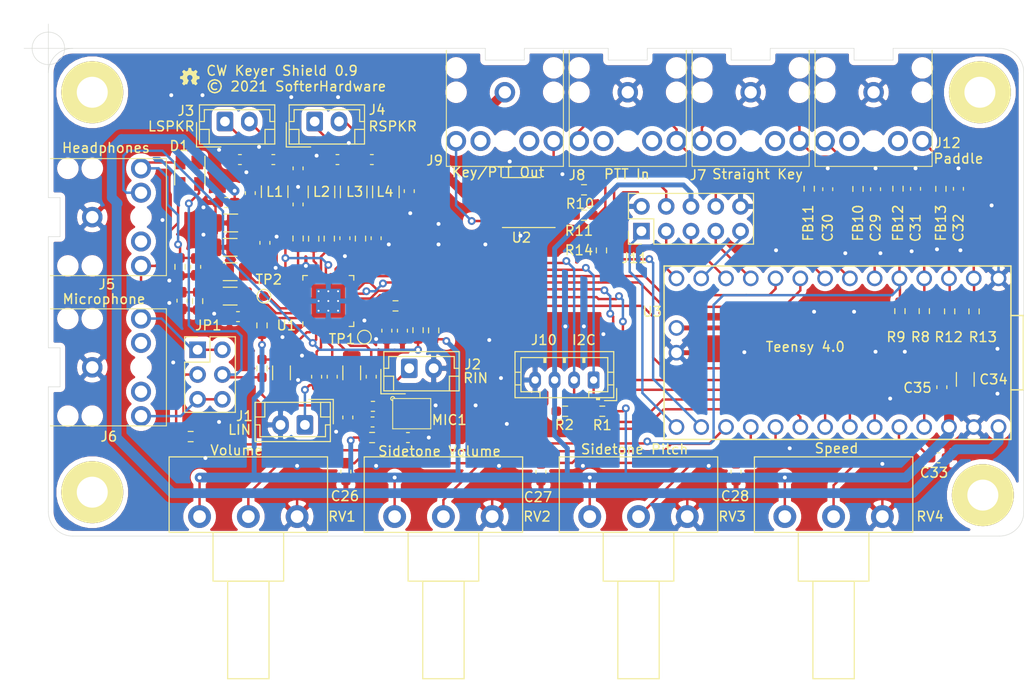
<source format=kicad_pcb>
(kicad_pcb (version 20171130) (host pcbnew 5.1.11-e4df9d881f~92~ubuntu20.04.1)
  (title_block (title "CW Keyer Shield") (date 2021-11-07) (company Softerhardware) (comment 1 "KF7O Steve Haynal"))
  (layers (0 F.Cu signal) (31 B.Cu signal) (34 B.Paste user) (35 F.Paste user) (36 B.SilkS user) (37 F.SilkS user) (38 B.Mask user) (39 F.Mask user) (44 Edge.Cuts user))
  (net 0 "")
  (net 1 +5V)
  (net 2 GND)
  (net 3 "Net-(C2-Pad1)")
  (net 4 "Net-(C4-Pad1)")
  (net 5 "Net-(C6-Pad2)")
  (net 6 "Net-(C7-Pad2)")
  (net 7 "Net-(C13-Pad1)")
  (net 8 "Net-(C14-Pad1)")
  (net 9 "Net-(C8-Pad2)")
  (net 10 "Net-(C9-Pad1)")
  (net 11 "Net-(C9-Pad2)")
  (net 12 "Net-(C10-Pad1)")
  (net 13 "Net-(C11-Pad2)")
  (net 14 "Net-(C11-Pad1)")
  (net 15 "Net-(C15-Pad1)")
  (net 16 "Net-(C15-Pad2)")
  (net 17 "Net-(C16-Pad1)")
  (net 18 "Net-(C16-Pad2)")
  (net 19 "Net-(C17-Pad1)")
  (net 20 "Net-(C17-Pad2)")
  (net 21 "Net-(C22-Pad1)")
  (net 22 MEMSMIC)
  (net 23 "Net-(C24-Pad1)")
  (net 24 "Net-(C25-Pad1)")
  (net 25 "Net-(C26-Pad1)")
  (net 26 "Net-(C27-Pad1)")
  (net 27 "Net-(C28-Pad1)")
  (net 28 "Net-(C29-Pad1)")
  (net 29 MICPTT)
  (net 30 "Net-(C31-Pad1)")
  (net 31 "Net-(C32-Pad1)")
  (net 32 "Net-(C33-Pad1)")
  (net 33 +3V3)
  (net 34 "Net-(C36-Pad2)")
  (net 35 "Net-(C37-Pad2)")
  (net 36 "Net-(C38-Pad2)")
  (net 37 "Net-(C39-Pad2)")
  (net 38 "Net-(FB3-Pad2)")
  (net 39 "Net-(FB4-Pad2)")
  (net 40 "Net-(FB5-Pad2)")
  (net 41 "Net-(FB6-Pad2)")
  (net 42 "Net-(FB7-Pad1)")
  (net 43 "Net-(FB10-Pad2)")
  (net 44 "Net-(FB11-Pad2)")
  (net 45 "Net-(FB12-Pad2)")
  (net 46 "Net-(FB13-Pad2)")
  (net 47 "Net-(J5-PadTN)")
  (net 48 JACKDET)
  (net 49 "Net-(J6-PadRN)")
  (net 50 "Net-(J6-PadR)")
  (net 51 "Net-(J6-PadTN)")
  (net 52 "Net-(J6-PadT)")
  (net 53 "Net-(J7-PadTN)")
  (net 54 "Net-(J7-PadRN)")
  (net 55 "Net-(J8-PadRN)")
  (net 56 "Net-(J8-PadTN)")
  (net 57 "Net-(J9-PadS)")
  (net 58 "Net-(J9-PadT)")
  (net 59 "Net-(J9-PadTN)")
  (net 60 "Net-(J9-PadR)")
  (net 61 "Net-(J9-PadRN)")
  (net 62 SDIN)
  (net 63 SCLK)
  (net 64 "Net-(J11-Pad1)")
  (net 65 "Net-(J11-Pad3)")
  (net 66 "Net-(J11-Pad4)")
  (net 67 "Net-(J11-Pad5)")
  (net 68 "Net-(J12-PadRN)")
  (net 69 "Net-(J12-PadTN)")
  (net 70 MCLK)
  (net 71 "Net-(R4-Pad1)")
  (net 72 "Net-(R10-Pad2)")
  (net 73 "Net-(R10-Pad1)")
  (net 74 "Net-(R11-Pad1)")
  (net 75 "Net-(R11-Pad2)")
  (net 76 "Net-(TP1-Pad1)")
  (net 77 "Net-(TP2-Pad1)")
  (net 78 BCLK)
  (net 79 LRCLK)
  (net 80 DACDAT)
  (net 81 ADCDAT)
  (net 82 "Net-(J11-Pad7)")
  (net 83 "Net-(J11-Pad8)")
  (net 84 "Net-(J11-Pad9)")
  (net 85 "Net-(R14-Pad1)")
  (module Potentiometer_THT:Potentiometer_Piher_T-16H_Single_Horizontal (layer F.Cu) (at 115.5 118 270)
    (fp_text reference RV2 (at 0 -14.6 180) (layer F.SilkS))
    (fp_text value 25K)
    (pad 3 thru_hole circle (at 0 -10 270) (size 2.34 2.34) (drill 1.3) (layers *.Cu *.Mask) (net 2 GND))
    (pad 2 thru_hole circle (at 0 -5 270) (size 2.34 2.34) (drill 1.3) (layers *.Cu *.Mask) (net 26 "Net-(C27-Pad1)"))
    (pad 1 thru_hole circle (at 0 0 270) (size 2.34 2.34) (drill 1.3) (layers *.Cu *.Mask) (net 33 +3V3))
  )
  (module TeensyKeyerShield:OSHW-logo_silkscreen-front_2mm (layer F.Cu) (at 94.5 72.9)
    (fp_text reference G*** hide)
    (fp_text value OSHW-logo_silkscreen-front_2mm hide)
  )
  (module TeensyKeyerShield:Teensy40 (layer F.Cu) (at 160.9 101.2 180)
    (fp_text reference U3 (at 19 4.2 180) (layer F.SilkS))
    (fp_text value Teensy4.0)
    (pad 17 thru_hole circle (at 16.51 0 180) (size 1.6 1.6) (drill 1.1) (layers *.Cu *.Mask) (net 2 GND))
    (pad 20 thru_hole circle (at 16.51 -7.62 180) (size 1.6 1.6) (drill 1.1) (layers *.Cu *.Mask) (net 64 "Net-(J11-Pad1)"))
    (pad 16 thru_hole circle (at 16.51 2.54 180) (size 1.6 1.6) (drill 1.1) (layers *.Cu *.Mask) (net 33 +3V3))
    (pad 14 thru_hole circle (at 16.51 7.62 180) (size 1.6 1.6) (drill 1.1) (layers *.Cu *.Mask) (net 65 "Net-(J11-Pad3)"))
    (pad 21 thru_hole circle (at 13.97 -7.62 180) (size 1.6 1.6) (drill 1.1) (layers *.Cu *.Mask) (net 85 "Net-(R14-Pad1)"))
    (pad 22 thru_hole circle (at 11.43 -7.62 180) (size 1.6 1.6) (drill 1.1) (layers *.Cu *.Mask) (net 25 "Net-(C26-Pad1)"))
    (pad 23 thru_hole circle (at 8.89 -7.62 180) (size 1.6 1.6) (drill 1.1) (layers *.Cu *.Mask) (net 26 "Net-(C27-Pad1)"))
    (pad 24 thru_hole circle (at 6.35 -7.62 180) (size 1.6 1.6) (drill 1.1) (layers *.Cu *.Mask) (net 27 "Net-(C28-Pad1)"))
    (pad 25 thru_hole circle (at 3.81 -7.62 180) (size 1.6 1.6) (drill 1.1) (layers *.Cu *.Mask) (net 62 SDIN))
    (pad 26 thru_hole circle (at 1.27 -7.62 180) (size 1.6 1.6) (drill 1.1) (layers *.Cu *.Mask) (net 63 SCLK))
    (pad 27 thru_hole circle (at -1.27 -7.62 180) (size 1.6 1.6) (drill 1.1) (layers *.Cu *.Mask) (net 79 LRCLK))
    (pad 28 thru_hole circle (at -3.81 -7.62 180) (size 1.6 1.6) (drill 1.1) (layers *.Cu *.Mask) (net 78 BCLK))
    (pad 29 thru_hole circle (at -6.35 -7.62 180) (size 1.6 1.6) (drill 1.1) (layers *.Cu *.Mask) (net 32 "Net-(C33-Pad1)"))
    (pad 30 thru_hole circle (at -8.89 -7.62 180) (size 1.6 1.6) (drill 1.1) (layers *.Cu *.Mask) (net 70 MCLK))
    (pad 31 thru_hole circle (at -11.43 -7.62 180) (size 1.6 1.6) (drill 1.1) (layers *.Cu *.Mask) (net 33 +3V3))
    (pad 32 thru_hole circle (at -13.97 -7.62 180) (size 1.6 1.6) (drill 1.1) (layers *.Cu *.Mask) (net 2 GND))
    (pad 33 thru_hole circle (at -16.51 -7.62 180) (size 1.6 1.6) (drill 1.1) (layers *.Cu *.Mask) (net 1 +5V))
    (pad 13 thru_hole circle (at 13.97 7.62 180) (size 1.6 1.6) (drill 1.1) (layers *.Cu *.Mask) (net 84 "Net-(J11-Pad9)"))
    (pad 12 thru_hole circle (at 11.43 7.62 180) (size 1.6 1.6) (drill 1.1) (layers *.Cu *.Mask) (net 67 "Net-(J11-Pad5)"))
    (pad 11 thru_hole circle (at 8.89 7.62 180) (size 1.6 1.6) (drill 1.1) (layers *.Cu *.Mask) (net 82 "Net-(J11-Pad7)"))
    (pad 10 thru_hole circle (at 6.35 7.62 180) (size 1.6 1.6) (drill 1.1) (layers *.Cu *.Mask) (net 81 ADCDAT))
    (pad 9 thru_hole circle (at 3.81 7.62 180) (size 1.6 1.6) (drill 1.1) (layers *.Cu *.Mask) (net 80 DACDAT))
    (pad 8 thru_hole circle (at 1.27 7.62 180) (size 1.6 1.6) (drill 1.1) (layers *.Cu *.Mask) (net 83 "Net-(J11-Pad8)"))
    (pad 7 thru_hole circle (at -1.27 7.62 180) (size 1.6 1.6) (drill 1.1) (layers *.Cu *.Mask) (net 74 "Net-(R11-Pad1)"))
    (pad 6 thru_hole circle (at -3.81 7.62 180) (size 1.6 1.6) (drill 1.1) (layers *.Cu *.Mask) (net 73 "Net-(R10-Pad1)"))
    (pad 5 thru_hole circle (at -6.35 7.62 180) (size 1.6 1.6) (drill 1.1) (layers *.Cu *.Mask) (net 29 MICPTT))
    (pad 4 thru_hole circle (at -8.89 7.62 180) (size 1.6 1.6) (drill 1.1) (layers *.Cu *.Mask) (net 28 "Net-(C29-Pad1)"))
    (pad 3 thru_hole circle (at -11.43 7.62 180) (size 1.6 1.6) (drill 1.1) (layers *.Cu *.Mask) (net 30 "Net-(C31-Pad1)"))
    (pad 2 thru_hole circle (at -13.97 7.62 180) (size 1.6 1.6) (drill 1.1) (layers *.Cu *.Mask) (net 31 "Net-(C32-Pad1)"))
    (pad 1 thru_hole circle (at -16.51 7.62 180) (size 1.6 1.6) (drill 1.1) (layers *.Cu *.Mask) (net 2 GND))
  )
  (module Capacitor_SMD:C_0603_1608Metric_Pad1.08x0.95mm_HandSolder (layer F.Cu) (at 113.1625 81.4)
    (fp_text reference C17 hide)
    (fp_text value 470nF)
    (pad 1 smd roundrect (at -0.8625 0) (size 1.075 0.95) (layers F.Cu F.Paste F.Mask) (net 19 "Net-(C17-Pad1)"))
    (pad 2 smd roundrect (at 0.8625 0) (size 1.075 0.95) (layers F.Cu F.Paste F.Mask) (net 20 "Net-(C17-Pad2)"))
  )
  (module Capacitor_SMD:C_1206_3216Metric_Pad1.33x1.80mm_HandSolder (layer F.Cu) (at 98.7 87.9 180)
    (fp_text reference C1 hide)
    (fp_text value 47uF)
    (pad 1 smd roundrect (at -1.5625 0 180) (size 1.325 1.8) (layers F.Cu F.Paste F.Mask) (roundrect_rratio 0.1886784905660377) (net 1 +5V))
    (pad 2 smd roundrect (at 1.5625 0 180) (size 1.325 1.8) (layers F.Cu F.Paste F.Mask) (roundrect_rratio 0.1886784905660377) (net 2 GND))
  )
  (module Capacitor_SMD:C_0603_1608Metric_Pad1.08x0.95mm_HandSolder (layer F.Cu) (at 116.3 98.9375 270)
    (fp_text reference C2 hide)
    (fp_text value 0.1uF)
    (pad 2 smd roundrect (at 0.8625 0 270) (size 1.075 0.95) (layers F.Cu F.Paste F.Mask) (net 2 GND))
    (pad 1 smd roundrect (at -0.8625 0 270) (size 1.075 0.95) (layers F.Cu F.Paste F.Mask) (net 3 "Net-(C2-Pad1)"))
  )
  (module Capacitor_SMD:C_0603_1608Metric_Pad1.08x0.95mm_HandSolder (layer F.Cu) (at 114.7 98.9375 90)
    (fp_text reference C3 hide)
    (fp_text value 0.1uF)
    (pad 1 smd roundrect (at -0.8625 0 90) (size 1.075 0.95) (layers F.Cu F.Paste F.Mask) (net 2 GND))
    (pad 2 smd roundrect (at 0.8625 0 90) (size 1.075 0.95) (layers F.Cu F.Paste F.Mask) (net 3 "Net-(C2-Pad1)"))
  )
  (module Capacitor_SMD:C_0603_1608Metric_Pad1.08x0.95mm_HandSolder (layer F.Cu) (at 99.4375 97.5 180)
    (fp_text reference C4 hide)
    (fp_text value 0.1uF)
    (pad 1 smd roundrect (at -0.8625 0 180) (size 1.075 0.95) (layers F.Cu F.Paste F.Mask) (net 4 "Net-(C4-Pad1)"))
    (pad 2 smd roundrect (at 0.8625 0 180) (size 1.075 0.95) (layers F.Cu F.Paste F.Mask) (net 2 GND))
  )
  (module Capacitor_SMD:C_0603_1608Metric_Pad1.08x0.95mm_HandSolder (layer F.Cu) (at 98.2375 85.8 180)
    (fp_text reference C5 hide)
    (fp_text value 0.1uF)
    (pad 2 smd roundrect (at 0.8625 0 180) (size 1.075 0.95) (layers F.Cu F.Paste F.Mask) (net 2 GND))
    (pad 1 smd roundrect (at -0.8625 0 180) (size 1.075 0.95) (layers F.Cu F.Paste F.Mask) (net 1 +5V))
  )
  (module Capacitor_SMD:C_1206_3216Metric_Pad1.33x1.80mm_HandSolder (layer F.Cu) (at 103.9 103.2625 90)
    (fp_text reference C6 hide)
    (fp_text value 47uF)
    (pad 1 smd roundrect (at -1.5625 0 90) (size 1.325 1.8) (layers F.Cu F.Paste F.Mask) (roundrect_rratio 0.1886784905660377) (net 2 GND))
    (pad 2 smd roundrect (at 1.5625 0 90) (size 1.325 1.8) (layers F.Cu F.Paste F.Mask) (roundrect_rratio 0.1886784905660377) (net 5 "Net-(C6-Pad2)"))
  )
  (module Capacitor_SMD:C_1206_3216Metric_Pad1.33x1.80mm_HandSolder (layer F.Cu) (at 98.6375 92.9)
    (fp_text reference C7 hide)
    (fp_text value 47uF)
    (pad 2 smd roundrect (at 1.5625 0) (size 1.325 1.8) (layers F.Cu F.Paste F.Mask) (roundrect_rratio 0.1886784905660377) (net 6 "Net-(C7-Pad2)"))
    (pad 1 smd roundrect (at -1.5625 0) (size 1.325 1.8) (layers F.Cu F.Paste F.Mask) (roundrect_rratio 0.1886784905660377) (net 7 "Net-(C13-Pad1)"))
  )
  (module Capacitor_SMD:C_1206_3216Metric_Pad1.33x1.80mm_HandSolder (layer F.Cu) (at 98.6375 95.4)
    (fp_text reference C8 hide)
    (fp_text value 47uF)
    (pad 1 smd roundrect (at -1.5625 0) (size 1.325 1.8) (layers F.Cu F.Paste F.Mask) (roundrect_rratio 0.1886784905660377) (net 8 "Net-(C14-Pad1)"))
    (pad 2 smd roundrect (at 1.5625 0) (size 1.325 1.8) (layers F.Cu F.Paste F.Mask) (roundrect_rratio 0.1886784905660377) (net 9 "Net-(C8-Pad2)"))
  )
  (module Capacitor_SMD:C_0603_1608Metric_Pad1.08x0.95mm_HandSolder (layer F.Cu) (at 107.5 103.6625 270)
    (fp_text reference C9 hide)
    (fp_text value 1uF)
    (pad 1 smd roundrect (at -0.8625 0 270) (size 1.075 0.95) (layers F.Cu F.Paste F.Mask) (net 10 "Net-(C9-Pad1)"))
    (pad 2 smd roundrect (at 0.8625 0 270) (size 1.075 0.95) (layers F.Cu F.Paste F.Mask) (net 11 "Net-(C9-Pad2)"))
  )
  (module Capacitor_SMD:C_0603_1608Metric_Pad1.08x0.95mm_HandSolder (layer F.Cu) (at 102.2 89.9375 90)
    (fp_text reference C10 hide)
    (fp_text value 0.1uF)
    (pad 2 smd roundrect (at 0.8625 0 90) (size 1.075 0.95) (layers F.Cu F.Paste F.Mask) (net 2 GND))
    (pad 1 smd roundrect (at -0.8625 0 90) (size 1.075 0.95) (layers F.Cu F.Paste F.Mask) (net 12 "Net-(C10-Pad1)"))
  )
  (module Capacitor_SMD:C_0603_1608Metric_Pad1.08x0.95mm_HandSolder (layer F.Cu) (at 113.1 103.6625 270)
    (fp_text reference C11 hide)
    (fp_text value 1uF)
    (pad 2 smd roundrect (at 0.8625 0 270) (size 1.075 0.95) (layers F.Cu F.Paste F.Mask) (net 13 "Net-(C11-Pad2)"))
    (pad 1 smd roundrect (at -0.8625 0 270) (size 1.075 0.95) (layers F.Cu F.Paste F.Mask) (net 14 "Net-(C11-Pad1)"))
  )
  (module Capacitor_SMD:C_1206_3216Metric_Pad1.33x1.80mm_HandSolder (layer F.Cu) (at 98.6375 90.4 180)
    (fp_text reference C12 hide)
    (fp_text value 47uF)
    (pad 2 smd roundrect (at 1.5625 0 180) (size 1.325 1.8) (layers F.Cu F.Paste F.Mask) (roundrect_rratio 0.1886784905660377) (net 2 GND))
    (pad 1 smd roundrect (at -1.5625 0 180) (size 1.325 1.8) (layers F.Cu F.Paste F.Mask) (roundrect_rratio 0.1886784905660377) (net 12 "Net-(C10-Pad1)"))
  )
  (module Capacitor_SMD:C_0603_1608Metric_Pad1.08x0.95mm_HandSolder (layer F.Cu) (at 95.1 92.4 270)
    (fp_text reference C13 hide)
    (fp_text value 33pF)
    (pad 2 smd roundrect (at 0.8625 0 270) (size 1.075 0.95) (layers F.Cu F.Paste F.Mask) (net 2 GND))
    (pad 1 smd roundrect (at -0.8625 0 270) (size 1.075 0.95) (layers F.Cu F.Paste F.Mask) (net 7 "Net-(C13-Pad1)"))
  )
  (module Capacitor_SMD:C_0603_1608Metric_Pad1.08x0.95mm_HandSolder (layer F.Cu) (at 93.7 95.8625 270)
    (fp_text reference C14 hide)
    (fp_text value 33pF)
    (pad 1 smd roundrect (at -0.8625 0 270) (size 1.075 0.95) (layers F.Cu F.Paste F.Mask) (net 8 "Net-(C14-Pad1)"))
    (pad 2 smd roundrect (at 0.8625 0 270) (size 1.075 0.95) (layers F.Cu F.Paste F.Mask) (net 2 GND))
  )
  (module Capacitor_SMD:C_0603_1608Metric_Pad1.08x0.95mm_HandSolder (layer F.Cu) (at 109.1 103.6625 90)
    (fp_text reference C15 hide)
    (fp_text value 1uF)
    (pad 1 smd roundrect (at -0.8625 0 90) (size 1.075 0.95) (layers F.Cu F.Paste F.Mask) (net 15 "Net-(C15-Pad1)"))
    (pad 2 smd roundrect (at 0.8625 0 90) (size 1.075 0.95) (layers F.Cu F.Paste F.Mask) (net 16 "Net-(C15-Pad2)"))
  )
  (module Capacitor_SMD:C_0603_1608Metric_Pad1.08x0.95mm_HandSolder (layer F.Cu) (at 103.0625 81.4)
    (fp_text reference C16 hide)
    (fp_text value 470nF)
    (pad 1 smd roundrect (at -0.8625 0) (size 1.075 0.95) (layers F.Cu F.Paste F.Mask) (net 17 "Net-(C16-Pad1)"))
    (pad 2 smd roundrect (at 0.8625 0) (size 1.075 0.95) (layers F.Cu F.Paste F.Mask) (net 18 "Net-(C16-Pad2)"))
  )
  (module Capacitor_SMD:C_0603_1608Metric_Pad1.08x0.95mm_HandSolder (layer F.Cu) (at 99.6375 81.4)
    (fp_text reference C18 hide)
    (fp_text value 33pF)
    (pad 2 smd roundrect (at 0.8625 0) (size 1.075 0.95) (layers F.Cu F.Paste F.Mask) (net 17 "Net-(C16-Pad1)"))
    (pad 1 smd roundrect (at -0.8625 0) (size 1.075 0.95) (layers F.Cu F.Paste F.Mask) (net 2 GND))
  )
  (module Capacitor_SMD:C_0603_1608Metric_Pad1.08x0.95mm_HandSolder (layer F.Cu) (at 105.6 82.3 90)
    (fp_text reference C19 hide)
    (fp_text value 33pF)
    (pad 2 smd roundrect (at 0.8625 0 90) (size 1.075 0.95) (layers F.Cu F.Paste F.Mask) (net 18 "Net-(C16-Pad2)"))
    (pad 1 smd roundrect (at -0.8625 0 90) (size 1.075 0.95) (layers F.Cu F.Paste F.Mask) (net 2 GND))
  )
  (module Capacitor_SMD:C_0603_1608Metric_Pad1.08x0.95mm_HandSolder (layer F.Cu) (at 109.6375 81.4)
    (fp_text reference C20 hide)
    (fp_text value 33pF)
    (pad 1 smd roundrect (at -0.8625 0) (size 1.075 0.95) (layers F.Cu F.Paste F.Mask) (net 2 GND))
    (pad 2 smd roundrect (at 0.8625 0) (size 1.075 0.95) (layers F.Cu F.Paste F.Mask) (net 19 "Net-(C17-Pad1)"))
  )
  (module Capacitor_SMD:C_0603_1608Metric_Pad1.08x0.95mm_HandSolder (layer F.Cu) (at 117 84.6375 90)
    (fp_text reference C21 hide)
    (fp_text value 33pF)
    (pad 1 smd roundrect (at -0.8625 0 90) (size 1.075 0.95) (layers F.Cu F.Paste F.Mask) (net 2 GND))
    (pad 2 smd roundrect (at 0.8625 0 90) (size 1.075 0.95) (layers F.Cu F.Paste F.Mask) (net 20 "Net-(C17-Pad2)"))
  )
  (module Capacitor_SMD:C_1206_3216Metric_Pad1.33x1.80mm_HandSolder (layer F.Cu) (at 111.1 103.2625 90)
    (fp_text reference C22 hide)
    (fp_text value 47uF)
    (pad 1 smd roundrect (at -1.5625 0 90) (size 1.325 1.8) (layers F.Cu F.Paste F.Mask) (roundrect_rratio 0.1886784905660377) (net 21 "Net-(C22-Pad1)"))
    (pad 2 smd roundrect (at 1.5625 0 90) (size 1.325 1.8) (layers F.Cu F.Paste F.Mask) (roundrect_rratio 0.1886784905660377) (net 22 MEMSMIC))
  )
  (module Capacitor_SMD:C_0603_1608Metric_Pad1.08x0.95mm_HandSolder (layer F.Cu) (at 110.7 107.8375 270)
    (fp_text reference C23 hide)
    (fp_text value 33pF)
    (pad 2 smd roundrect (at 0.8625 0 270) (size 1.075 0.95) (layers F.Cu F.Paste F.Mask) (net 2 GND))
    (pad 1 smd roundrect (at -0.8625 0 270) (size 1.075 0.95) (layers F.Cu F.Paste F.Mask) (net 21 "Net-(C22-Pad1)"))
  )
  (module Capacitor_SMD:C_0603_1608Metric_Pad1.08x0.95mm_HandSolder (layer F.Cu) (at 113.2375 108.3 180)
    (fp_text reference C24 hide)
    (fp_text value 33pF)
    (pad 2 smd roundrect (at 0.8625 0 180) (size 1.075 0.95) (layers F.Cu F.Paste F.Mask) (net 2 GND))
    (pad 1 smd roundrect (at -0.8625 0 180) (size 1.075 0.95) (layers F.Cu F.Paste F.Mask) (net 23 "Net-(C24-Pad1)"))
  )
  (module Capacitor_SMD:C_0603_1608Metric_Pad1.08x0.95mm_HandSolder (layer F.Cu) (at 116.8625 109.9)
    (fp_text reference C25 hide)
    (fp_text value 0.1uF)
    (pad 1 smd roundrect (at -0.8625 0) (size 1.075 0.95) (layers F.Cu F.Paste F.Mask) (net 24 "Net-(C25-Pad1)"))
    (pad 2 smd roundrect (at 0.8625 0) (size 1.075 0.95) (layers F.Cu F.Paste F.Mask) (net 2 GND))
  )
  (module Capacitor_SMD:C_0603_1608Metric_Pad1.08x0.95mm_HandSolder (layer F.Cu) (at 110.5 113.3875 270)
    (fp_text reference C26 (at 2.5125 0.1 180) (layer F.SilkS))
    (fp_text value 0.1uF)
    (pad 2 smd roundrect (at 0.8625 0 270) (size 1.075 0.95) (layers F.Cu F.Paste F.Mask) (net 2 GND))
    (pad 1 smd roundrect (at -0.8625 0 270) (size 1.075 0.95) (layers F.Cu F.Paste F.Mask) (net 25 "Net-(C26-Pad1)"))
  )
  (module Capacitor_SMD:C_0603_1608Metric_Pad1.08x0.95mm_HandSolder (layer F.Cu) (at 130.5 113.4125 270)
    (fp_text reference C27 (at 2.5875 0.3 180) (layer F.SilkS))
    (fp_text value 0.1uF)
    (pad 2 smd roundrect (at 0.8625 0 270) (size 1.075 0.95) (layers F.Cu F.Paste F.Mask) (net 2 GND))
    (pad 1 smd roundrect (at -0.8625 0 270) (size 1.075 0.95) (layers F.Cu F.Paste F.Mask) (net 26 "Net-(C27-Pad1)"))
  )
  (module Capacitor_SMD:C_0603_1608Metric_Pad1.08x0.95mm_HandSolder (layer F.Cu) (at 150.5 113.4 270)
    (fp_text reference C28 (at 2.5 0.1 180) (layer F.SilkS))
    (fp_text value 0.1uF)
    (pad 1 smd roundrect (at -0.8625 0 270) (size 1.075 0.95) (layers F.Cu F.Paste F.Mask) (net 27 "Net-(C28-Pad1)"))
    (pad 2 smd roundrect (at 0.8625 0 270) (size 1.075 0.95) (layers F.Cu F.Paste F.Mask) (net 2 GND))
  )
  (module Capacitor_SMD:C_0603_1608Metric_Pad1.08x0.95mm_HandSolder (layer F.Cu) (at 164.8 84.4375 90)
    (fp_text reference C29 (at -3.9625 0 90) (layer F.SilkS))
    (fp_text value 10nF)
    (pad 1 smd roundrect (at -0.8625 0 90) (size 1.075 0.95) (layers F.Cu F.Paste F.Mask) (net 28 "Net-(C29-Pad1)"))
    (pad 2 smd roundrect (at 0.8625 0 90) (size 1.075 0.95) (layers F.Cu F.Paste F.Mask) (net 2 GND))
  )
  (module Capacitor_SMD:C_0603_1608Metric_Pad1.08x0.95mm_HandSolder (layer F.Cu) (at 159.9 84.4375 90)
    (fp_text reference C30 (at -3.9625 0 90) (layer F.SilkS))
    (fp_text value 10nF)
    (pad 2 smd roundrect (at 0.8625 0 90) (size 1.075 0.95) (layers F.Cu F.Paste F.Mask) (net 2 GND))
    (pad 1 smd roundrect (at -0.8625 0 90) (size 1.075 0.95) (layers F.Cu F.Paste F.Mask) (net 29 MICPTT))
  )
  (module Capacitor_SMD:C_0603_1608Metric_Pad1.08x0.95mm_HandSolder (layer F.Cu) (at 168.9 84.4 90)
    (fp_text reference C31 (at -4 0 90) (layer F.SilkS))
    (fp_text value 10nF)
    (pad 1 smd roundrect (at -0.8625 0 90) (size 1.075 0.95) (layers F.Cu F.Paste F.Mask) (net 30 "Net-(C31-Pad1)"))
    (pad 2 smd roundrect (at 0.8625 0 90) (size 1.075 0.95) (layers F.Cu F.Paste F.Mask) (net 2 GND))
  )
  (module Capacitor_SMD:C_0603_1608Metric_Pad1.08x0.95mm_HandSolder (layer F.Cu) (at 173.3 84.4 90)
    (fp_text reference C32 (at -4 0 90) (layer F.SilkS))
    (fp_text value 10nF)
    (pad 2 smd roundrect (at 0.8625 0 90) (size 1.075 0.95) (layers F.Cu F.Paste F.Mask) (net 2 GND))
    (pad 1 smd roundrect (at -0.8625 0 90) (size 1.075 0.95) (layers F.Cu F.Paste F.Mask) (net 31 "Net-(C32-Pad1)"))
  )
  (module Capacitor_SMD:C_0603_1608Metric_Pad1.08x0.95mm_HandSolder (layer F.Cu) (at 171.2625 111.975)
    (fp_text reference C33 (at -0.4625 1.525) (layer F.SilkS))
    (fp_text value 0.1uF)
    (pad 1 smd roundrect (at -0.8625 0) (size 1.075 0.95) (layers F.Cu F.Paste F.Mask) (net 32 "Net-(C33-Pad1)"))
    (pad 2 smd roundrect (at 0.8625 0) (size 1.075 0.95) (layers F.Cu F.Paste F.Mask) (net 2 GND))
  )
  (module Capacitor_SMD:C_1206_3216Metric_Pad1.33x1.80mm_HandSolder (layer F.Cu) (at 174 103.9375 90)
    (fp_text reference C34 (at 0 2.9 180) (layer F.SilkS))
    (fp_text value 47uF)
    (pad 2 smd roundrect (at 1.5625 0 90) (size 1.325 1.8) (layers F.Cu F.Paste F.Mask) (roundrect_rratio 0.1886784905660377) (net 2 GND))
    (pad 1 smd roundrect (at -1.5625 0 90) (size 1.325 1.8) (layers F.Cu F.Paste F.Mask) (roundrect_rratio 0.1886784905660377) (net 33 +3V3))
  )
  (module Capacitor_SMD:C_0603_1608Metric_Pad1.08x0.95mm_HandSolder (layer F.Cu) (at 171.6 104.7375 90)
    (fp_text reference C35 (at -0.0625 -2.5 180) (layer F.SilkS))
    (fp_text value 0.1uF)
    (pad 2 smd roundrect (at 0.8625 0 90) (size 1.075 0.95) (layers F.Cu F.Paste F.Mask) (net 2 GND))
    (pad 1 smd roundrect (at -0.8625 0 90) (size 1.075 0.95) (layers F.Cu F.Paste F.Mask) (net 33 +3V3))
  )
  (module Capacitor_SMD:C_0603_1608Metric_Pad1.08x0.95mm_HandSolder (layer F.Cu) (at 100.7 84.8375 270)
    (fp_text reference C36 hide)
    (fp_text value 33pF)
    (pad 2 smd roundrect (at 0.8625 0 270) (size 1.075 0.95) (layers F.Cu F.Paste F.Mask) (net 34 "Net-(C36-Pad2)"))
    (pad 1 smd roundrect (at -0.8625 0 270) (size 1.075 0.95) (layers F.Cu F.Paste F.Mask) (net 2 GND))
  )
  (module Capacitor_SMD:C_0603_1608Metric_Pad1.08x0.95mm_HandSolder (layer F.Cu) (at 105.6 86 270)
    (fp_text reference C37 hide)
    (fp_text value 33pF)
    (pad 1 smd roundrect (at -0.8625 0 270) (size 1.075 0.95) (layers F.Cu F.Paste F.Mask) (net 2 GND))
    (pad 2 smd roundrect (at 0.8625 0 270) (size 1.075 0.95) (layers F.Cu F.Paste F.Mask) (net 35 "Net-(C37-Pad2)"))
  )
  (module Capacitor_SMD:C_0603_1608Metric_Pad1.08x0.95mm_HandSolder (layer F.Cu) (at 110.4 89.4625 90)
    (fp_text reference C38 hide)
    (fp_text value 33pF)
    (pad 2 smd roundrect (at 0.8625 0 90) (size 1.075 0.95) (layers F.Cu F.Paste F.Mask) (net 36 "Net-(C38-Pad2)"))
    (pad 1 smd roundrect (at -0.8625 0 90) (size 1.075 0.95) (layers F.Cu F.Paste F.Mask) (net 2 GND))
  )
  (module Capacitor_SMD:C_0603_1608Metric_Pad1.08x0.95mm_HandSolder (layer F.Cu) (at 113.6 89.4625 90)
    (fp_text reference C39 hide)
    (fp_text value 33pF)
    (pad 1 smd roundrect (at -0.8625 0 90) (size 1.075 0.95) (layers F.Cu F.Paste F.Mask) (net 2 GND))
    (pad 2 smd roundrect (at 0.8625 0 90) (size 1.075 0.95) (layers F.Cu F.Paste F.Mask) (net 37 "Net-(C39-Pad2)"))
  )
  (module Package_TO_SOT_SMD:SOT-143 (layer F.Cu) (at 94.5 82.8 270)
    (fp_text reference D1 (at -2.8 1.1 180) (layer F.SilkS))
    (fp_text value SP0503BAHTG)
    (pad 1 smd rect (at -1.1 -0.77 180) (size 1.2 1.4) (layers F.Cu F.Paste F.Mask) (net 2 GND))
    (pad 2 smd rect (at -1.1 0.95 180) (size 1 1.4) (layers F.Cu F.Paste F.Mask) (net 7 "Net-(C13-Pad1)"))
    (pad 3 smd rect (at 1.1 0.95 180) (size 1 1.4) (layers F.Cu F.Paste F.Mask) (net 8 "Net-(C14-Pad1)"))
    (pad 4 smd rect (at 1.1 -0.95 180) (size 1 1.4) (layers F.Cu F.Paste F.Mask) (net 15 "Net-(C15-Pad1)"))
  )
  (module Resistor_SMD:R_0603_1608Metric_Pad0.98x0.95mm_HandSolder (layer F.Cu) (at 119.5 98.9125 270)
    (fp_text reference FB1 hide)
    (fp_text value Ferrite_Bead_Small)
    (pad 2 smd roundrect (at 0.9125 0 270) (size 0.975 0.95) (layers F.Cu F.Paste F.Mask) (net 33 +3V3))
    (pad 1 smd roundrect (at -0.9125 0 270) (size 0.975 0.95) (layers F.Cu F.Paste F.Mask) (net 3 "Net-(C2-Pad1)"))
  )
  (module Resistor_SMD:R_0603_1608Metric_Pad0.98x0.95mm_HandSolder (layer F.Cu) (at 101.9 98.4 270)
    (fp_text reference FB2 hide)
    (fp_text value Ferrite_Bead_Small)
    (pad 1 smd roundrect (at -0.9125 0 270) (size 0.975 0.95) (layers F.Cu F.Paste F.Mask) (net 4 "Net-(C4-Pad1)"))
    (pad 2 smd roundrect (at 0.9125 0 270) (size 0.975 0.95) (layers F.Cu F.Paste F.Mask) (net 33 +3V3))
  )
  (module Resistor_SMD:R_0603_1608Metric_Pad0.98x0.95mm_HandSolder (layer F.Cu) (at 105.6 89.4875 270)
    (fp_text reference FB3 hide)
    (fp_text value Ferrite_Bead_Small)
    (pad 1 smd roundrect (at -0.9125 0 270) (size 0.975 0.95) (layers F.Cu F.Paste F.Mask) (net 34 "Net-(C36-Pad2)"))
    (pad 2 smd roundrect (at 0.9125 0 270) (size 0.975 0.95) (layers F.Cu F.Paste F.Mask) (net 38 "Net-(FB3-Pad2)"))
  )
  (module Resistor_SMD:R_0603_1608Metric_Pad0.98x0.95mm_HandSolder (layer F.Cu) (at 107.2 89.5125 270)
    (fp_text reference FB4 hide)
    (fp_text value Ferrite_Bead_Small)
    (pad 2 smd roundrect (at 0.9125 0 270) (size 0.975 0.95) (layers F.Cu F.Paste F.Mask) (net 39 "Net-(FB4-Pad2)"))
    (pad 1 smd roundrect (at -0.9125 0 270) (size 0.975 0.95) (layers F.Cu F.Paste F.Mask) (net 35 "Net-(C37-Pad2)"))
  )
  (module Resistor_SMD:R_0603_1608Metric_Pad0.98x0.95mm_HandSolder (layer F.Cu) (at 108.8 89.5 270)
    (fp_text reference FB5 hide)
    (fp_text value Ferrite_Bead_Small hide)
    (pad 2 smd roundrect (at 0.9125 0 270) (size 0.975 0.95) (layers F.Cu F.Paste F.Mask) (net 40 "Net-(FB5-Pad2)"))
    (pad 1 smd roundrect (at -0.9125 0 270) (size 0.975 0.95) (layers F.Cu F.Paste F.Mask) (net 36 "Net-(C38-Pad2)"))
  )
  (module Resistor_SMD:R_0603_1608Metric_Pad0.98x0.95mm_HandSolder (layer F.Cu) (at 112 89.5 270)
    (fp_text reference FB6 hide)
    (fp_text value Ferrite_Bead_Small hide)
    (pad 1 smd roundrect (at -0.9125 0 270) (size 0.975 0.95) (layers F.Cu F.Paste F.Mask) (net 37 "Net-(C39-Pad2)"))
    (pad 2 smd roundrect (at 0.9125 0 270) (size 0.975 0.95) (layers F.Cu F.Paste F.Mask) (net 41 "Net-(FB6-Pad2)"))
  )
  (module Resistor_SMD:R_0603_1608Metric_Pad0.98x0.95mm_HandSolder (layer F.Cu) (at 94.5875 109.8)
    (fp_text reference FB7 hide)
    (fp_text value Ferrite_Bead_Small)
    (pad 1 smd roundrect (at -0.9125 0) (size 0.975 0.95) (layers F.Cu F.Paste F.Mask) (net 42 "Net-(FB7-Pad1)"))
    (pad 2 smd roundrect (at 0.9125 0) (size 0.975 0.95) (layers F.Cu F.Paste F.Mask) (net 29 MICPTT))
  )
  (module Resistor_SMD:R_0603_1608Metric_Pad0.98x0.95mm_HandSolder (layer F.Cu) (at 113.1875 109.9)
    (fp_text reference FB8 hide)
    (fp_text value Ferrite_Bead_Small)
    (pad 2 smd roundrect (at 0.9125 0) (size 0.975 0.95) (layers F.Cu F.Paste F.Mask) (net 24 "Net-(C25-Pad1)"))
    (pad 1 smd roundrect (at -0.9125 0) (size 0.975 0.95) (layers F.Cu F.Paste F.Mask) (net 33 +3V3))
  )
  (module Resistor_SMD:R_0603_1608Metric_Pad0.98x0.95mm_HandSolder (layer F.Cu) (at 163 84.4125 90)
    (fp_text reference FB10 (at -3.4875 0 90) (layer F.SilkS))
    (fp_text value Ferrite_Bead_Small)
    (pad 1 smd roundrect (at -0.9125 0 90) (size 0.975 0.95) (layers F.Cu F.Paste F.Mask) (net 28 "Net-(C29-Pad1)"))
    (pad 2 smd roundrect (at 0.9125 0 90) (size 0.975 0.95) (layers F.Cu F.Paste F.Mask) (net 43 "Net-(FB10-Pad2)"))
  )
  (module Resistor_SMD:R_0603_1608Metric_Pad0.98x0.95mm_HandSolder (layer F.Cu) (at 158 84.3875 90)
    (fp_text reference FB11 (at -3.5125 -0.1 90) (layer F.SilkS))
    (fp_text value Ferrite_Bead_Small)
    (pad 1 smd roundrect (at -0.9125 0 90) (size 0.975 0.95) (layers F.Cu F.Paste F.Mask) (net 29 MICPTT))
    (pad 2 smd roundrect (at 0.9125 0 90) (size 0.975 0.95) (layers F.Cu F.Paste F.Mask) (net 44 "Net-(FB11-Pad2)"))
  )
  (module Resistor_SMD:R_0603_1608Metric_Pad0.98x0.95mm_HandSolder (layer F.Cu) (at 167.1 84.3875 90)
    (fp_text reference FB12 (at -3.5125 0 90) (layer F.SilkS))
    (fp_text value Ferrite_Bead_Small)
    (pad 2 smd roundrect (at 0.9125 0 90) (size 0.975 0.95) (layers F.Cu F.Paste F.Mask) (net 45 "Net-(FB12-Pad2)"))
    (pad 1 smd roundrect (at -0.9125 0 90) (size 0.975 0.95) (layers F.Cu F.Paste F.Mask) (net 30 "Net-(C31-Pad1)"))
  )
  (module Resistor_SMD:R_0603_1608Metric_Pad0.98x0.95mm_HandSolder (layer F.Cu) (at 171.5 84.4 90)
    (fp_text reference FB13 (at -3.5 0 90) (layer F.SilkS))
    (fp_text value Ferrite_Bead_Small)
    (pad 1 smd roundrect (at -0.9125 0 90) (size 0.975 0.95) (layers F.Cu F.Paste F.Mask) (net 31 "Net-(C32-Pad1)"))
    (pad 2 smd roundrect (at 0.9125 0 90) (size 0.975 0.95) (layers F.Cu F.Paste F.Mask) (net 46 "Net-(FB13-Pad2)"))
  )
  (module Connector_JST:JST_EH_B2B-EH-A_1x02_P2.50mm_Vertical (layer F.Cu) (at 106.3 108.6 180)
    (fp_text reference J1 (at 6.2 0.9) (layer F.SilkS))
    (fp_text value Conn_01x02)
    (pad 2 thru_hole oval (at 2.5 0 180) (size 1.7 2) (drill 1) (layers *.Cu *.Mask) (net 2 GND))
    (pad 1 thru_hole roundrect (at 0 0 180) (size 1.7 2) (drill 1) (layers *.Cu *.Mask) (roundrect_rratio 0.1470588235294118) (net 11 "Net-(C9-Pad2)"))
  )
  (module Connector_JST:JST_EH_B2B-EH-A_1x02_P2.50mm_Vertical (layer F.Cu) (at 117 102.8)
    (fp_text reference J2 (at 6.5 -0.4) (layer F.SilkS))
    (fp_text value Conn_01x02)
    (pad 2 thru_hole oval (at 2.5 0) (size 1.7 2) (drill 1) (layers *.Cu *.Mask) (net 2 GND))
    (pad 1 thru_hole roundrect (at 0 0) (size 1.7 2) (drill 1) (layers *.Cu *.Mask) (roundrect_rratio 0.1470588235294118) (net 13 "Net-(C11-Pad2)"))
  )
  (module Connector_JST:JST_EH_B2B-EH-A_1x02_P2.50mm_Vertical (layer F.Cu) (at 98.1 77.5)
    (fp_text reference J3 (at -4 -1.1) (layer F.SilkS))
    (fp_text value Conn_01x02)
    (pad 1 thru_hole roundrect (at 0 0) (size 1.7 2) (drill 1) (layers *.Cu *.Mask) (roundrect_rratio 0.1470588235294118) (net 17 "Net-(C16-Pad1)"))
    (pad 2 thru_hole oval (at 2.5 0) (size 1.7 2) (drill 1) (layers *.Cu *.Mask) (net 18 "Net-(C16-Pad2)"))
  )
  (module Connector_JST:JST_EH_B2B-EH-A_1x02_P2.50mm_Vertical (layer F.Cu) (at 107.3 77.5)
    (fp_text reference J4 (at 6.4 -1.2) (layer F.SilkS))
    (fp_text value Conn_01x02)
    (pad 1 thru_hole roundrect (at 0 0) (size 1.7 2) (drill 1) (layers *.Cu *.Mask) (roundrect_rratio 0.1470588235294118) (net 19 "Net-(C17-Pad1)"))
    (pad 2 thru_hole oval (at 2.5 0) (size 1.7 2) (drill 1) (layers *.Cu *.Mask) (net 20 "Net-(C17-Pad2)"))
  )
  (module TeensyKeyerShield:STEREO_TRS (layer F.Cu) (at 80 87.3)
    (fp_text reference J5 (at 6 6.9) (layer F.SilkS))
    (fp_text value AudioJack3_SwitchTR)
    (pad S thru_hole circle (at 4.5 0) (size 2.1 2.1) (drill 1.27) (layers *.Cu *.Mask) (net 2 GND))
    (pad T thru_hole circle (at 9.5 5) (size 2.05 2.05) (drill 1.27) (layers *.Cu *.Mask) (net 8 "Net-(C14-Pad1)"))
    (pad TN thru_hole circle (at 9.5 2.5) (size 2.05 2.05) (drill 1.27) (layers *.Cu *.Mask) (net 47 "Net-(J5-PadTN)"))
    (pad R thru_hole circle (at 9.5 -5) (size 2.05 2.05) (drill 1.27) (layers *.Cu *.Mask) (net 7 "Net-(C13-Pad1)"))
    (pad RN thru_hole circle (at 9.5 -2.5) (size 2.05 2.05) (drill 1.27) (layers *.Cu *.Mask) (net 48 JACKDET))
    (pad "" np_thru_hole circle (at 9.5 0) (size 1.2 1.2) (drill 1.2) (layers *.Cu *.Mask))
    (pad "" np_thru_hole circle (at 4.5 5) (size 1.2 1.2) (drill 1.2) (layers *.Cu *.Mask))
    (pad "" np_thru_hole circle (at 4.5 -5) (size 1.2 1.2) (drill 1.2) (layers *.Cu *.Mask))
    (pad "" np_thru_hole circle (at 2 5) (size 1.2 1.2) (drill 1.2) (layers *.Cu *.Mask))
    (pad "" np_thru_hole circle (at 2 -5) (size 1.2 1.2) (drill 1.2) (layers *.Cu *.Mask))
  )
  (module TeensyKeyerShield:STEREO_TRS (layer F.Cu) (at 80 102.7)
    (fp_text reference J6 (at 6.2 7.1) (layer F.SilkS))
    (fp_text value AudioJack3_SwitchTR)
    (pad "" np_thru_hole circle (at 2 -5) (size 1.2 1.2) (drill 1.2) (layers *.Cu *.Mask))
    (pad "" np_thru_hole circle (at 2 5) (size 1.2 1.2) (drill 1.2) (layers *.Cu *.Mask))
    (pad "" np_thru_hole circle (at 4.5 -5) (size 1.2 1.2) (drill 1.2) (layers *.Cu *.Mask))
    (pad "" np_thru_hole circle (at 4.5 5) (size 1.2 1.2) (drill 1.2) (layers *.Cu *.Mask))
    (pad "" np_thru_hole circle (at 9.5 0) (size 1.2 1.2) (drill 1.2) (layers *.Cu *.Mask))
    (pad RN thru_hole circle (at 9.5 -2.5) (size 2.05 2.05) (drill 1.27) (layers *.Cu *.Mask) (net 49 "Net-(J6-PadRN)"))
    (pad R thru_hole circle (at 9.5 -5) (size 2.05 2.05) (drill 1.27) (layers *.Cu *.Mask) (net 50 "Net-(J6-PadR)"))
    (pad TN thru_hole circle (at 9.5 2.5) (size 2.05 2.05) (drill 1.27) (layers *.Cu *.Mask) (net 51 "Net-(J6-PadTN)"))
    (pad T thru_hole circle (at 9.5 5) (size 2.05 2.05) (drill 1.27) (layers *.Cu *.Mask) (net 52 "Net-(J6-PadT)"))
    (pad S thru_hole circle (at 4.5 0) (size 2.1 2.1) (drill 1.27) (layers *.Cu *.Mask) (net 2 GND))
  )
  (module TeensyKeyerShield:STEREO_TRS (layer F.Cu) (at 152 70 270)
    (fp_text reference J7 (at 13 5.4 180) (layer F.SilkS))
    (fp_text value AudioJack3_SwitchTR)
    (pad S thru_hole circle (at 4.5 0 270) (size 2.1 2.1) (drill 1.27) (layers *.Cu *.Mask) (net 2 GND))
    (pad T thru_hole circle (at 9.5 5 270) (size 2.05 2.05) (drill 1.27) (layers *.Cu *.Mask) (net 43 "Net-(FB10-Pad2)"))
    (pad TN thru_hole circle (at 9.5 2.5 270) (size 2.05 2.05) (drill 1.27) (layers *.Cu *.Mask) (net 53 "Net-(J7-PadTN)"))
    (pad R thru_hole circle (at 9.5 -5 270) (size 2.05 2.05) (drill 1.27) (layers *.Cu *.Mask) (net 43 "Net-(FB10-Pad2)"))
    (pad RN thru_hole circle (at 9.5 -2.5 270) (size 2.05 2.05) (drill 1.27) (layers *.Cu *.Mask) (net 54 "Net-(J7-PadRN)"))
    (pad "" np_thru_hole circle (at 9.5 0 270) (size 1.2 1.2) (drill 1.2) (layers *.Cu *.Mask))
    (pad "" np_thru_hole circle (at 4.5 5 270) (size 1.2 1.2) (drill 1.2) (layers *.Cu *.Mask))
    (pad "" np_thru_hole circle (at 4.5 -5 270) (size 1.2 1.2) (drill 1.2) (layers *.Cu *.Mask))
    (pad "" np_thru_hole circle (at 2 5 270) (size 1.2 1.2) (drill 1.2) (layers *.Cu *.Mask))
    (pad "" np_thru_hole circle (at 2 -5 270) (size 1.2 1.2) (drill 1.2) (layers *.Cu *.Mask))
  )
  (module TeensyKeyerShield:STEREO_TRS (layer F.Cu) (at 139.4 70 270)
    (fp_text reference J8 (at 13 5.2 180) (layer F.SilkS))
    (fp_text value AudioJack3_SwitchTR)
    (pad "" np_thru_hole circle (at 2 -5 270) (size 1.2 1.2) (drill 1.2) (layers *.Cu *.Mask))
    (pad "" np_thru_hole circle (at 2 5 270) (size 1.2 1.2) (drill 1.2) (layers *.Cu *.Mask))
    (pad "" np_thru_hole circle (at 4.5 -5 270) (size 1.2 1.2) (drill 1.2) (layers *.Cu *.Mask))
    (pad "" np_thru_hole circle (at 4.5 5 270) (size 1.2 1.2) (drill 1.2) (layers *.Cu *.Mask))
    (pad "" np_thru_hole circle (at 9.5 0 270) (size 1.2 1.2) (drill 1.2) (layers *.Cu *.Mask))
    (pad RN thru_hole circle (at 9.5 -2.5 270) (size 2.05 2.05) (drill 1.27) (layers *.Cu *.Mask) (net 55 "Net-(J8-PadRN)"))
    (pad R thru_hole circle (at 9.5 -5 270) (size 2.05 2.05) (drill 1.27) (layers *.Cu *.Mask) (net 44 "Net-(FB11-Pad2)"))
    (pad TN thru_hole circle (at 9.5 2.5 270) (size 2.05 2.05) (drill 1.27) (layers *.Cu *.Mask) (net 56 "Net-(J8-PadTN)"))
    (pad T thru_hole circle (at 9.5 5 270) (size 2.05 2.05) (drill 1.27) (layers *.Cu *.Mask) (net 44 "Net-(FB11-Pad2)"))
    (pad S thru_hole circle (at 4.5 0 270) (size 2.1 2.1) (drill 1.27) (layers *.Cu *.Mask) (net 2 GND))
  )
  (module TeensyKeyerShield:STEREO_TRS (layer F.Cu) (at 126.8 70 270)
    (fp_text reference J9 (at 11.5 7.2 180) (layer F.SilkS))
    (fp_text value AudioJack3_SwitchTR)
    (pad S thru_hole circle (at 4.5 0 270) (size 2.1 2.1) (drill 1.27) (layers *.Cu *.Mask) (net 57 "Net-(J9-PadS)"))
    (pad T thru_hole circle (at 9.5 5 270) (size 2.05 2.05) (drill 1.27) (layers *.Cu *.Mask) (net 58 "Net-(J9-PadT)"))
    (pad TN thru_hole circle (at 9.5 2.5 270) (size 2.05 2.05) (drill 1.27) (layers *.Cu *.Mask) (net 59 "Net-(J9-PadTN)"))
    (pad R thru_hole circle (at 9.5 -5 270) (size 2.05 2.05) (drill 1.27) (layers *.Cu *.Mask) (net 60 "Net-(J9-PadR)"))
    (pad RN thru_hole circle (at 9.5 -2.5 270) (size 2.05 2.05) (drill 1.27) (layers *.Cu *.Mask) (net 61 "Net-(J9-PadRN)"))
    (pad "" np_thru_hole circle (at 9.5 0 270) (size 1.2 1.2) (drill 1.2) (layers *.Cu *.Mask))
    (pad "" np_thru_hole circle (at 4.5 5 270) (size 1.2 1.2) (drill 1.2) (layers *.Cu *.Mask))
    (pad "" np_thru_hole circle (at 4.5 -5 270) (size 1.2 1.2) (drill 1.2) (layers *.Cu *.Mask))
    (pad "" np_thru_hole circle (at 2 5 270) (size 1.2 1.2) (drill 1.2) (layers *.Cu *.Mask))
    (pad "" np_thru_hole circle (at 2 -5 270) (size 1.2 1.2) (drill 1.2) (layers *.Cu *.Mask))
  )
  (module TeensyKeyerShield:STEREO_TRS (layer F.Cu) (at 164.6 70 270)
    (fp_text reference J12 (at 9.7 -7.6 180) (layer F.SilkS))
    (fp_text value AudioJack3_SwitchTR)
    (pad "" np_thru_hole circle (at 2 -5 270) (size 1.2 1.2) (drill 1.2) (layers *.Cu *.Mask))
    (pad "" np_thru_hole circle (at 2 5 270) (size 1.2 1.2) (drill 1.2) (layers *.Cu *.Mask))
    (pad "" np_thru_hole circle (at 4.5 -5 270) (size 1.2 1.2) (drill 1.2) (layers *.Cu *.Mask))
    (pad "" np_thru_hole circle (at 4.5 5 270) (size 1.2 1.2) (drill 1.2) (layers *.Cu *.Mask))
    (pad "" np_thru_hole circle (at 9.5 0 270) (size 1.2 1.2) (drill 1.2) (layers *.Cu *.Mask))
    (pad RN thru_hole circle (at 9.5 -2.5 270) (size 2.05 2.05) (drill 1.27) (layers *.Cu *.Mask) (net 68 "Net-(J12-PadRN)"))
    (pad R thru_hole circle (at 9.5 -5 270) (size 2.05 2.05) (drill 1.27) (layers *.Cu *.Mask) (net 46 "Net-(FB13-Pad2)"))
    (pad TN thru_hole circle (at 9.5 2.5 270) (size 2.05 2.05) (drill 1.27) (layers *.Cu *.Mask) (net 69 "Net-(J12-PadTN)"))
    (pad T thru_hole circle (at 9.5 5 270) (size 2.05 2.05) (drill 1.27) (layers *.Cu *.Mask) (net 45 "Net-(FB12-Pad2)"))
    (pad S thru_hole circle (at 4.5 0 270) (size 2.1 2.1) (drill 1.27) (layers *.Cu *.Mask) (net 2 GND))
  )
  (module Inductor_SMD:L_1210_3225Metric_Pad1.42x2.65mm_HandSolder (layer F.Cu) (at 103.2 84.6875 90)
    (fp_text reference L1 (at -0.0125 0 180) (layer F.SilkS))
    (fp_text value 15uH)
    (pad 2 smd roundrect (at 1.4875 0 90) (size 1.425 2.65) (layers F.Cu F.Paste F.Mask) (roundrect_rratio 0.1754385964912281) (net 17 "Net-(C16-Pad1)"))
    (pad 1 smd roundrect (at -1.4875 0 90) (size 1.425 2.65) (layers F.Cu F.Paste F.Mask) (roundrect_rratio 0.1754385964912281) (net 34 "Net-(C36-Pad2)"))
  )
  (module Inductor_SMD:L_1210_3225Metric_Pad1.42x2.65mm_HandSolder (layer F.Cu) (at 108 84.7125 90)
    (fp_text reference L2 (at 0.0125 0 180) (layer F.SilkS))
    (fp_text value 15uH)
    (pad 1 smd roundrect (at -1.4875 0 90) (size 1.425 2.65) (layers F.Cu F.Paste F.Mask) (roundrect_rratio 0.1754385964912281) (net 35 "Net-(C37-Pad2)"))
    (pad 2 smd roundrect (at 1.4875 0 90) (size 1.425 2.65) (layers F.Cu F.Paste F.Mask) (roundrect_rratio 0.1754385964912281) (net 18 "Net-(C16-Pad2)"))
  )
  (module Inductor_SMD:L_1210_3225Metric_Pad1.42x2.65mm_HandSolder (layer F.Cu) (at 111.3 84.7125 90)
    (fp_text reference L3 (at 0.0125 0.1 180) (layer F.SilkS))
    (fp_text value 15uH)
    (pad 2 smd roundrect (at 1.4875 0 90) (size 1.425 2.65) (layers F.Cu F.Paste F.Mask) (roundrect_rratio 0.1754385964912281) (net 19 "Net-(C17-Pad1)"))
    (pad 1 smd roundrect (at -1.4875 0 90) (size 1.425 2.65) (layers F.Cu F.Paste F.Mask) (roundrect_rratio 0.1754385964912281) (net 36 "Net-(C38-Pad2)"))
  )
  (module Inductor_SMD:L_1210_3225Metric_Pad1.42x2.65mm_HandSolder (layer F.Cu) (at 114.6 84.7125 90)
    (fp_text reference L4 (at 0.0125 -0.1 180) (layer F.SilkS))
    (fp_text value 15uH)
    (pad 1 smd roundrect (at -1.4875 0 90) (size 1.425 2.65) (layers F.Cu F.Paste F.Mask) (roundrect_rratio 0.1754385964912281) (net 37 "Net-(C39-Pad2)"))
    (pad 2 smd roundrect (at 1.4875 0 90) (size 1.425 2.65) (layers F.Cu F.Paste F.Mask) (roundrect_rratio 0.1754385964912281) (net 20 "Net-(C17-Pad2)"))
  )
  (module Inductor_SMD:L_0603_1608Metric_Pad1.05x0.95mm_HandSolder (layer F.Cu) (at 113.275 106.7)
    (fp_text reference L5 hide)
    (fp_text value BLM18BD252SN1)
    (pad 1 smd roundrect (at -0.875 0) (size 1.05 0.95) (layers F.Cu F.Paste F.Mask) (net 21 "Net-(C22-Pad1)"))
    (pad 2 smd roundrect (at 0.875 0) (size 1.05 0.95) (layers F.Cu F.Paste F.Mask) (net 23 "Net-(C24-Pad1)"))
  )
  (module TeensyKeyerShield:MEMSMIC (layer F.Cu) (at 116 108.3 90)
    (fp_text reference MIC1 (at 0.2 5.1 180) (layer F.SilkS))
    (fp_text value MEMSMIC)
    (pad 4 smd circle (at 0 0 90) (size 0.9 0.9) (layers F.Cu F.Paste F.Mask) (net 24 "Net-(C25-Pad1)"))
    (pad 3 smd circle (at 0 2.46 90) (size 0.9 0.9) (layers F.Cu F.Paste F.Mask) (net 2 GND))
    (pad 2 smd circle (at 1.7 2.46 90) (size 0.9 0.9) (layers F.Cu F.Paste F.Mask) (net 2 GND))
    (pad 1 smd circle (at 1.7 0 90) (size 0.9 0.9) (layers F.Cu F.Paste F.Mask) (net 23 "Net-(C24-Pad1)"))
  )
  (module Resistor_SMD:R_0603_1608Metric_Pad0.98x0.95mm_HandSolder (layer F.Cu) (at 136.7875 107.2 180)
    (fp_text reference R1 (at 0 -1.43) (layer F.SilkS))
    (fp_text value 4.7K)
    (pad 1 smd roundrect (at -0.9125 0 180) (size 0.975 0.95) (layers F.Cu F.Paste F.Mask) (net 33 +3V3))
    (pad 2 smd roundrect (at 0.9125 0 180) (size 0.975 0.95) (layers F.Cu F.Paste F.Mask) (net 63 SCLK))
  )
  (module Resistor_SMD:R_0603_1608Metric_Pad0.98x0.95mm_HandSolder (layer F.Cu) (at 132.9875 107.2)
    (fp_text reference R2 (at -0.0875 1.4) (layer F.SilkS))
    (fp_text value 4.7K)
    (pad 2 smd roundrect (at 0.9125 0) (size 0.975 0.95) (layers F.Cu F.Paste F.Mask) (net 62 SDIN))
    (pad 1 smd roundrect (at -0.9125 0) (size 0.975 0.95) (layers F.Cu F.Paste F.Mask) (net 33 +3V3))
  )
  (module Resistor_SMD:R_0603_1608Metric_Pad0.98x0.95mm_HandSolder (layer F.Cu) (at 117.9 98.8875 90)
    (fp_text reference R3 hide)
    (fp_text value 47K)
    (pad 2 smd roundrect (at 0.9125 0 90) (size 0.975 0.95) (layers F.Cu F.Paste F.Mask) (net 3 "Net-(C2-Pad1)"))
    (pad 1 smd roundrect (at -0.9125 0 90) (size 0.975 0.95) (layers F.Cu F.Paste F.Mask) (net 48 JACKDET))
  )
  (module Resistor_SMD:R_0603_1608Metric_Pad0.98x0.95mm_HandSolder (layer F.Cu) (at 115.5875 96.4)
    (fp_text reference R4 hide)
    (fp_text value 33)
    (pad 2 smd roundrect (at 0.9125 0) (size 0.975 0.95) (layers F.Cu F.Paste F.Mask) (net 70 MCLK))
    (pad 1 smd roundrect (at -0.9125 0) (size 0.975 0.95) (layers F.Cu F.Paste F.Mask) (net 71 "Net-(R4-Pad1)"))
  )
  (module Resistor_SMD:R_0603_1608Metric_Pad0.98x0.95mm_HandSolder (layer F.Cu) (at 101.9 102.8125 90)
    (fp_text reference R5 hide)
    (fp_text value 680)
    (pad 1 smd roundrect (at -0.9125 0 90) (size 0.975 0.95) (layers F.Cu F.Paste F.Mask) (net 15 "Net-(C15-Pad1)"))
    (pad 2 smd roundrect (at 0.9125 0 90) (size 0.975 0.95) (layers F.Cu F.Paste F.Mask) (net 5 "Net-(C6-Pad2)"))
  )
  (module Resistor_SMD:R_0603_1608Metric_Pad0.98x0.95mm_HandSolder (layer F.Cu) (at 93.5 92.4 90)
    (fp_text reference R6 hide)
    (fp_text value 47K)
    (pad 1 smd roundrect (at -0.9125 0 90) (size 0.975 0.95) (layers F.Cu F.Paste F.Mask) (net 2 GND))
    (pad 2 smd roundrect (at 0.9125 0 90) (size 0.975 0.95) (layers F.Cu F.Paste F.Mask) (net 7 "Net-(C13-Pad1)"))
  )
  (module Resistor_SMD:R_0603_1608Metric_Pad0.98x0.95mm_HandSolder (layer F.Cu) (at 95.3 95.9125 90)
    (fp_text reference R7 hide)
    (fp_text value 47K)
    (pad 1 smd roundrect (at -0.9125 0 90) (size 0.975 0.95) (layers F.Cu F.Paste F.Mask) (net 2 GND))
    (pad 2 smd roundrect (at 0.9125 0 90) (size 0.975 0.95) (layers F.Cu F.Paste F.Mask) (net 8 "Net-(C14-Pad1)"))
  )
  (module Resistor_SMD:R_0603_1608Metric_Pad0.98x0.95mm_HandSolder (layer F.Cu) (at 169.8 96.9375 270)
    (fp_text reference R8 (at 2.6625 0.4 180) (layer F.SilkS))
    (fp_text value DNI)
    (pad 2 smd roundrect (at 0.9125 0 270) (size 0.975 0.95) (layers F.Cu F.Paste F.Mask) (net 33 +3V3))
    (pad 1 smd roundrect (at -0.9125 0 270) (size 0.975 0.95) (layers F.Cu F.Paste F.Mask) (net 28 "Net-(C29-Pad1)"))
  )
  (module Resistor_SMD:R_0603_1608Metric_Pad0.98x0.95mm_HandSolder (layer F.Cu) (at 167.3 96.9375 270)
    (fp_text reference R9 (at 2.6625 0.4 180) (layer F.SilkS))
    (fp_text value DNI)
    (pad 2 smd roundrect (at 0.9125 0 270) (size 0.975 0.95) (layers F.Cu F.Paste F.Mask) (net 33 +3V3))
    (pad 1 smd roundrect (at -0.9125 0 270) (size 0.975 0.95) (layers F.Cu F.Paste F.Mask) (net 29 MICPTT))
  )
  (module Resistor_SMD:R_0603_1608Metric_Pad0.98x0.95mm_HandSolder (layer F.Cu) (at 134.9125 84.5 180)
    (fp_text reference R10 (at 0.4125 -1.43) (layer F.SilkS))
    (fp_text value 470)
    (pad 2 smd roundrect (at 0.9125 0 180) (size 0.975 0.95) (layers F.Cu F.Paste F.Mask) (net 72 "Net-(R10-Pad2)"))
    (pad 1 smd roundrect (at -0.9125 0 180) (size 0.975 0.95) (layers F.Cu F.Paste F.Mask) (net 73 "Net-(R10-Pad1)"))
  )
  (module Resistor_SMD:R_0603_1608Metric_Pad0.98x0.95mm_HandSolder (layer F.Cu) (at 134.9125 87.1 180)
    (fp_text reference R11 (at 0.5125 -1.6) (layer F.SilkS))
    (fp_text value 470)
    (pad 1 smd roundrect (at -0.9125 0 180) (size 0.975 0.95) (layers F.Cu F.Paste F.Mask) (net 74 "Net-(R11-Pad1)"))
    (pad 2 smd roundrect (at 0.9125 0 180) (size 0.975 0.95) (layers F.Cu F.Paste F.Mask) (net 75 "Net-(R11-Pad2)"))
  )
  (module Resistor_SMD:R_0603_1608Metric_Pad0.98x0.95mm_HandSolder (layer F.Cu) (at 172.4 96.9625 270)
    (fp_text reference R12 (at 2.6375 0.1 180) (layer F.SilkS))
    (fp_text value DNI)
    (pad 2 smd roundrect (at 0.9125 0 270) (size 0.975 0.95) (layers F.Cu F.Paste F.Mask) (net 33 +3V3))
    (pad 1 smd roundrect (at -0.9125 0 270) (size 0.975 0.95) (layers F.Cu F.Paste F.Mask) (net 30 "Net-(C31-Pad1)"))
  )
  (module Resistor_SMD:R_0603_1608Metric_Pad0.98x0.95mm_HandSolder (layer F.Cu) (at 174.9 96.9625 270)
    (fp_text reference R13 (at 2.6375 -0.9 180) (layer F.SilkS))
    (fp_text value DNI)
    (pad 1 smd roundrect (at -0.9125 0 270) (size 0.975 0.95) (layers F.Cu F.Paste F.Mask) (net 31 "Net-(C32-Pad1)"))
    (pad 2 smd roundrect (at 0.9125 0 270) (size 0.975 0.95) (layers F.Cu F.Paste F.Mask) (net 33 +3V3))
  )
  (module Potentiometer_THT:Potentiometer_Piher_T-16H_Single_Horizontal (layer F.Cu) (at 95.5 118 270)
    (fp_text reference RV1 (at 0 -14.6 180) (layer F.SilkS))
    (fp_text value 25K)
    (pad 1 thru_hole circle (at 0 0 270) (size 2.34 2.34) (drill 1.3) (layers *.Cu *.Mask) (net 33 +3V3))
    (pad 2 thru_hole circle (at 0 -5 270) (size 2.34 2.34) (drill 1.3) (layers *.Cu *.Mask) (net 25 "Net-(C26-Pad1)"))
    (pad 3 thru_hole circle (at 0 -10 270) (size 2.34 2.34) (drill 1.3) (layers *.Cu *.Mask) (net 2 GND))
  )
  (module Potentiometer_THT:Potentiometer_Piher_T-16H_Single_Horizontal (layer F.Cu) (at 135.5 118 270)
    (fp_text reference RV3 (at 0 -14.6 180) (layer F.SilkS))
    (fp_text value 25K)
    (pad 1 thru_hole circle (at 0 0 270) (size 2.34 2.34) (drill 1.3) (layers *.Cu *.Mask) (net 33 +3V3))
    (pad 2 thru_hole circle (at 0 -5 270) (size 2.34 2.34) (drill 1.3) (layers *.Cu *.Mask) (net 27 "Net-(C28-Pad1)"))
    (pad 3 thru_hole circle (at 0 -10 270) (size 2.34 2.34) (drill 1.3) (layers *.Cu *.Mask) (net 2 GND))
  )
  (module Potentiometer_THT:Potentiometer_Piher_T-16H_Single_Horizontal (layer F.Cu) (at 155.5 118 270)
    (fp_text reference RV4 (at 0 -14.9 180) (layer F.SilkS))
    (fp_text value 25K)
    (pad 3 thru_hole circle (at 0 -10 270) (size 2.34 2.34) (drill 1.3) (layers *.Cu *.Mask) (net 2 GND))
    (pad 2 thru_hole circle (at 0 -5 270) (size 2.34 2.34) (drill 1.3) (layers *.Cu *.Mask) (net 32 "Net-(C33-Pad1)"))
    (pad 1 thru_hole circle (at 0 0 270) (size 2.34 2.34) (drill 1.3) (layers *.Cu *.Mask) (net 33 +3V3))
  )
  (module Package_DFN_QFN:QFN-32-1EP_5x5mm_P0.5mm_EP3.45x3.45mm_ThermalVias (layer F.Cu) (at 108.7 95.9 90)
    (fp_text reference U1 (at -2.5 -4.3 180) (layer F.SilkS))
    (fp_text value WM8960)
    (pad 1 smd roundrect (at -2.4375 -1.75 90) (size 0.875 0.25) (layers F.Cu F.Paste F.Mask) (net 5 "Net-(C6-Pad2)"))
    (pad 2 smd roundrect (at -2.4375 -1.25 90) (size 0.875 0.25) (layers F.Cu F.Paste F.Mask) (net 48 JACKDET))
    (pad 3 smd roundrect (at -2.4375 -0.75 90) (size 0.875 0.25) (layers F.Cu F.Paste F.Mask) (net 10 "Net-(C9-Pad1)"))
    (pad 4 smd roundrect (at -2.4375 -0.25 90) (size 0.875 0.25) (layers F.Cu F.Paste F.Mask) (net 16 "Net-(C15-Pad2)"))
    (pad 5 smd roundrect (at -2.4375 0.25 90) (size 0.875 0.25) (layers F.Cu F.Paste F.Mask) (net 22 MEMSMIC))
    (pad 6 smd roundrect (at -2.4375 0.75 90) (size 0.875 0.25) (layers F.Cu F.Paste F.Mask) (net 14 "Net-(C11-Pad1)"))
    (pad 7 smd roundrect (at -2.4375 1.25 90) (size 0.875 0.25) (layers F.Cu F.Paste F.Mask) (net 76 "Net-(TP1-Pad1)"))
    (pad 8 smd roundrect (at -2.4375 1.75 90) (size 0.875 0.25) (layers F.Cu F.Paste F.Mask) (net 3 "Net-(C2-Pad1)"))
    (pad 9 smd roundrect (at -1.75 2.4375 90) (size 0.25 0.875) (layers F.Cu F.Paste F.Mask) (net 2 GND))
    (pad 10 smd roundrect (at -1.25 2.4375 90) (size 0.25 0.875) (layers F.Cu F.Paste F.Mask) (net 3 "Net-(C2-Pad1)"))
    (pad 11 smd roundrect (at -0.75 2.4375 90) (size 0.25 0.875) (layers F.Cu F.Paste F.Mask) (net 71 "Net-(R4-Pad1)"))
    (pad 12 smd roundrect (at -0.25 2.4375 90) (size 0.25 0.875) (layers F.Cu F.Paste F.Mask) (net 78 BCLK))
    (pad 13 smd roundrect (at 0.25 2.4375 90) (size 0.25 0.875) (layers F.Cu F.Paste F.Mask) (net 79 LRCLK))
    (pad 14 smd roundrect (at 0.75 2.4375 90) (size 0.25 0.875) (layers F.Cu F.Paste F.Mask) (net 80 DACDAT))
    (pad 15 smd roundrect (at 1.25 2.4375 90) (size 0.25 0.875) (layers F.Cu F.Paste F.Mask) (net 79 LRCLK))
    (pad 16 smd roundrect (at 1.75 2.4375 90) (size 0.25 0.875) (layers F.Cu F.Paste F.Mask) (net 81 ADCDAT))
    (pad 17 smd roundrect (at 2.4375 1.75 90) (size 0.875 0.25) (layers F.Cu F.Paste F.Mask) (net 63 SCLK))
    (pad 18 smd roundrect (at 2.4375 1.25 90) (size 0.875 0.25) (layers F.Cu F.Paste F.Mask) (net 62 SDIN))
    (pad 19 smd roundrect (at 2.4375 0.75 90) (size 0.875 0.25) (layers F.Cu F.Paste F.Mask) (net 41 "Net-(FB6-Pad2)"))
    (pad 20 smd roundrect (at 2.4375 0.25 90) (size 0.875 0.25) (layers F.Cu F.Paste F.Mask) (net 2 GND))
    (pad 21 smd roundrect (at 2.4375 -0.25 90) (size 0.875 0.25) (layers F.Cu F.Paste F.Mask) (net 1 +5V))
    (pad 22 smd roundrect (at 2.4375 -0.75 90) (size 0.875 0.25) (layers F.Cu F.Paste F.Mask) (net 40 "Net-(FB5-Pad2)"))
    (pad 23 smd roundrect (at 2.4375 -1.25 90) (size 0.875 0.25) (layers F.Cu F.Paste F.Mask) (net 39 "Net-(FB4-Pad2)"))
    (pad 24 smd roundrect (at 2.4375 -1.75 90) (size 0.875 0.25) (layers F.Cu F.Paste F.Mask) (net 2 GND))
    (pad 25 smd roundrect (at 1.75 -2.4375 90) (size 0.25 0.875) (layers F.Cu F.Paste F.Mask) (net 38 "Net-(FB3-Pad2)"))
    (pad 26 smd roundrect (at 1.25 -2.4375 90) (size 0.25 0.875) (layers F.Cu F.Paste F.Mask) (net 1 +5V))
    (pad 27 smd roundrect (at 0.75 -2.4375 90) (size 0.25 0.875) (layers F.Cu F.Paste F.Mask) (net 12 "Net-(C10-Pad1)"))
    (pad 28 smd roundrect (at 0.25 -2.4375 90) (size 0.25 0.875) (layers F.Cu F.Paste F.Mask) (net 2 GND))
    (pad 29 smd roundrect (at -0.25 -2.4375 90) (size 0.25 0.875) (layers F.Cu F.Paste F.Mask) (net 6 "Net-(C7-Pad2)"))
    (pad 30 smd roundrect (at -0.75 -2.4375 90) (size 0.25 0.875) (layers F.Cu F.Paste F.Mask) (net 77 "Net-(TP2-Pad1)"))
    (pad 31 smd roundrect (at -1.25 -2.4375 90) (size 0.25 0.875) (layers F.Cu F.Paste F.Mask) (net 9 "Net-(C8-Pad2)"))
    (pad 32 smd roundrect (at -1.75 -2.4375 90) (size 0.25 0.875) (layers F.Cu F.Paste F.Mask) (net 4 "Net-(C4-Pad1)"))
    (pad 33 smd rect (at 0 0 90) (size 3.45 3.45) (layers F.Cu F.Mask) (net 2 GND))
    (pad 33 thru_hole circle (at -1 -1 90) (size 0.5 0.5) (drill 0.2) (layers *.Cu) (net 2 GND))
    (pad 33 thru_hole circle (at 0 -1 90) (size 0.5 0.5) (drill 0.2) (layers *.Cu) (net 2 GND))
    (pad 33 thru_hole circle (at 1 -1 90) (size 0.5 0.5) (drill 0.2) (layers *.Cu) (net 2 GND))
    (pad 33 thru_hole circle (at -1 0 90) (size 0.5 0.5) (drill 0.2) (layers *.Cu) (net 2 GND))
    (pad 33 thru_hole circle (at 0 0 90) (size 0.5 0.5) (drill 0.2) (layers *.Cu) (net 2 GND))
    (pad 33 thru_hole circle (at 1 0 90) (size 0.5 0.5) (drill 0.2) (layers *.Cu) (net 2 GND))
    (pad 33 thru_hole circle (at -1 1 90) (size 0.5 0.5) (drill 0.2) (layers *.Cu) (net 2 GND))
    (pad 33 thru_hole circle (at 0 1 90) (size 0.5 0.5) (drill 0.2) (layers *.Cu) (net 2 GND))
    (pad 33 thru_hole circle (at 1 1 90) (size 0.5 0.5) (drill 0.2) (layers *.Cu) (net 2 GND))
    (pad 33 smd rect (at 0 0 90) (size 2.5 2.5) (layers B.Cu) (net 2 GND))
  )
  (module TeensyKeyerShield:MH (layer F.Cu) (at 175.8 115.8)
    (fp_text reference MH1 hide)
    (fp_text value TestPoint_Alt hide)
    (pad "" np_thru_hole circle (at 0 0) (size 6.35 6.35) (drill 3.175) (layers *.Cu *.Mask F.SilkS))
  )
  (module TeensyKeyerShield:MH (layer F.Cu) (at 175.5 74.5)
    (fp_text reference MH2 hide)
    (fp_text value TestPoint_Alt hide)
    (pad "" np_thru_hole circle (at 0 0) (size 6.35 6.35) (drill 3.175) (layers *.Cu *.Mask F.SilkS))
  )
  (module TeensyKeyerShield:MH (layer F.Cu) (at 84.5 74.5)
    (fp_text reference MH3 hide)
    (fp_text value TestPoint_Alt hide)
    (pad "" np_thru_hole circle (at 0 0) (size 6.35 6.35) (drill 3.175) (layers *.Cu *.Mask F.SilkS))
  )
  (module TeensyKeyerShield:MH (layer F.Cu) (at 84.5 115.5)
    (fp_text reference MH4 hide)
    (fp_text value TestPoint_Alt hide)
    (pad "" np_thru_hole circle (at 0 0) (size 6.35 6.35) (drill 3.175) (layers *.Cu *.Mask F.SilkS))
  )
  (module TestPoint:TestPoint_Pad_D1.0mm (layer F.Cu) (at 112.4 99.6)
    (fp_text reference TP1 (at -2.3 0.2) (layer F.SilkS))
    (fp_text value TestPoint)
    (pad 1 smd circle (at 0 0) (size 1 1) (layers F.Cu F.Mask) (net 76 "Net-(TP1-Pad1)"))
  )
  (module TestPoint:TestPoint_Pad_D1.0mm (layer F.Cu) (at 102.1 95.4)
    (fp_text reference TP2 (at 0.5 -1.7) (layer F.SilkS))
    (fp_text value TestPoint)
    (pad 1 smd circle (at 0 0) (size 1 1) (layers F.Cu F.Mask) (net 77 "Net-(TP2-Pad1)"))
  )
  (module Connector_PinHeader_2.54mm:PinHeader_2x05_P2.54mm_Vertical (layer F.Cu) (at 140.8 88.74 90)
    (fp_text reference J11 (at -2.76 -0.7 180) (layer F.SilkS))
    (fp_text value Conn_02x05_Odd_Even)
    (pad 1 thru_hole rect (at 0 0 90) (size 1.7 1.7) (drill 1) (layers *.Cu *.Mask) (net 64 "Net-(J11-Pad1)"))
    (pad 2 thru_hole oval (at 2.54 0 90) (size 1.7 1.7) (drill 1) (layers *.Cu *.Mask) (net 2 GND))
    (pad 3 thru_hole oval (at 0 2.54 90) (size 1.7 1.7) (drill 1) (layers *.Cu *.Mask) (net 65 "Net-(J11-Pad3)"))
    (pad 4 thru_hole oval (at 2.54 2.54 90) (size 1.7 1.7) (drill 1) (layers *.Cu *.Mask) (net 66 "Net-(J11-Pad4)"))
    (pad 5 thru_hole oval (at 0 5.08 90) (size 1.7 1.7) (drill 1) (layers *.Cu *.Mask) (net 67 "Net-(J11-Pad5)"))
    (pad 6 thru_hole oval (at 2.54 5.08 90) (size 1.7 1.7) (drill 1) (layers *.Cu *.Mask) (net 33 +3V3))
    (pad 7 thru_hole oval (at 0 7.62 90) (size 1.7 1.7) (drill 1) (layers *.Cu *.Mask) (net 82 "Net-(J11-Pad7)"))
    (pad 8 thru_hole oval (at 2.54 7.62 90) (size 1.7 1.7) (drill 1) (layers *.Cu *.Mask) (net 83 "Net-(J11-Pad8)"))
    (pad 9 thru_hole oval (at 0 10.16 90) (size 1.7 1.7) (drill 1) (layers *.Cu *.Mask) (net 84 "Net-(J11-Pad9)"))
    (pad 10 thru_hole oval (at 2.54 10.16 90) (size 1.7 1.7) (drill 1) (layers *.Cu *.Mask) (net 2 GND))
  )
  (module Resistor_SMD:R_0603_1608Metric_Pad0.98x0.95mm_HandSolder (layer F.Cu) (at 136.7 90.7125 90)
    (fp_text reference R14 (at 0.0125 -2.3 180) (layer F.SilkS))
    (fp_text value 470)
    (pad 1 smd roundrect (at -0.9125 0 90) (size 0.975 0.95) (layers F.Cu F.Paste F.Mask) (net 85 "Net-(R14-Pad1)"))
    (pad 2 smd roundrect (at 0.9125 0 90) (size 0.975 0.95) (layers F.Cu F.Paste F.Mask) (net 66 "Net-(J11-Pad4)"))
  )
  (module Package_SO:SOIC-8_3.9x4.9mm_P1.27mm (layer F.Cu) (at 128.5 85.805 180)
    (fp_text reference U2 (at 0 -3.595) (layer F.SilkS))
    (fp_text value MOCD217R2M)
    (pad 1 smd roundrect (at -2.475 -1.905 180) (size 1.95 0.6) (layers F.Cu F.Paste F.Mask) (net 75 "Net-(R11-Pad2)"))
    (pad 2 smd roundrect (at -2.475 -0.635 180) (size 1.95 0.6) (layers F.Cu F.Paste F.Mask) (net 2 GND))
    (pad 3 smd roundrect (at -2.475 0.635 180) (size 1.95 0.6) (layers F.Cu F.Paste F.Mask) (net 72 "Net-(R10-Pad2)"))
    (pad 4 smd roundrect (at -2.475 1.905 180) (size 1.95 0.6) (layers F.Cu F.Paste F.Mask) (net 2 GND))
    (pad 5 smd roundrect (at 2.475 1.905 180) (size 1.95 0.6) (layers F.Cu F.Paste F.Mask) (net 57 "Net-(J9-PadS)"))
    (pad 6 smd roundrect (at 2.475 0.635 180) (size 1.95 0.6) (layers F.Cu F.Paste F.Mask) (net 60 "Net-(J9-PadR)"))
    (pad 7 smd roundrect (at 2.475 -0.635 180) (size 1.95 0.6) (layers F.Cu F.Paste F.Mask) (net 57 "Net-(J9-PadS)"))
    (pad 8 smd roundrect (at 2.475 -1.905 180) (size 1.95 0.6) (layers F.Cu F.Paste F.Mask) (net 58 "Net-(J9-PadT)"))
  )
  (module Connector_PinHeader_2.54mm:PinHeader_2x03_P2.54mm_Vertical (layer F.Cu) (at 95.3 100.9)
    (fp_text reference JP1 (at 1.1 -2.5) (layer F.SilkS))
    (fp_text value Conn_02x03_Odd_Even)
    (pad 1 thru_hole rect (at 0 0) (size 1.7 1.7) (drill 1) (layers *.Cu *.Mask) (net 50 "Net-(J6-PadR)"))
    (pad 2 thru_hole oval (at 2.54 0) (size 1.7 1.7) (drill 1) (layers *.Cu *.Mask) (net 50 "Net-(J6-PadR)"))
    (pad 3 thru_hole oval (at 0 2.54) (size 1.7 1.7) (drill 1) (layers *.Cu *.Mask) (net 42 "Net-(FB7-Pad1)"))
    (pad 4 thru_hole oval (at 2.54 2.54) (size 1.7 1.7) (drill 1) (layers *.Cu *.Mask) (net 15 "Net-(C15-Pad1)"))
    (pad 5 thru_hole oval (at 0 5.08) (size 1.7 1.7) (drill 1) (layers *.Cu *.Mask) (net 52 "Net-(J6-PadT)"))
    (pad 6 thru_hole oval (at 2.54 5.08) (size 1.7 1.7) (drill 1) (layers *.Cu *.Mask) (net 52 "Net-(J6-PadT)"))
  )
  (module Connector_JST:JST_PH_B4B-PH-K_1x04_P2.00mm_Vertical (layer F.Cu) (at 135.9 104 180)
    (fp_text reference J10 (at 5.1 4.1) (layer F.SilkS))
    (fp_text value Conn_01x04)
    (pad 1 thru_hole roundrect (at 0 0 180) (size 1.2 1.75) (drill 0.75) (layers *.Cu *.Mask) (roundrect_rratio 0.2083325) (net 63 SCLK))
    (pad 2 thru_hole oval (at 2 0 180) (size 1.2 1.75) (drill 0.75) (layers *.Cu *.Mask) (net 62 SDIN))
    (pad 3 thru_hole oval (at 4 0 180) (size 1.2 1.75) (drill 0.75) (layers *.Cu *.Mask) (net 33 +3V3))
    (pad 4 thru_hole oval (at 6 0 180) (size 1.2 1.75) (drill 0.75) (layers *.Cu *.Mask) (net 2 GND))
  )
  (target plus (at 80 70) (size 5) (width 0.05) (layer Edge.Cuts))
  (gr_text I2C (at 134.9 99.9) (layer F.SilkS) (effects (font (size 1 1))))
  (gr_text Paddle (at 173.3 81.3) (layer F.SilkS) (effects (font (size 1 1))))
  (gr_text "Straight Key" (at 152.7 82.9) (layer F.SilkS) (effects (font (size 1 1))))
  (gr_text "PTT In" (at 139.3 82.9) (layer F.SilkS) (effects (font (size 1 1))))
  (gr_text "Key/PTT Out" (at 126.1 82.7) (layer F.SilkS) (effects (font (size 1 1))))
  (gr_text "Teensy 4.0" (at 157.6 100.6) (layer F.SilkS) (effects (font (size 1 1))))
  (gr_text Speed (at 160.8 111) (layer F.SilkS) (effects (font (size 1 1))))
  (gr_text "Sidetone Pitch" (at 140.1 111.1) (layer F.SilkS) (effects (font (size 1 1))))
  (gr_text "Sidetone Volume" (at 120.1 111.3) (layer F.SilkS) (effects (font (size 1 1))))
  (gr_text Volume (at 99.3 111.2) (layer F.SilkS) (effects (font (size 1 1))))
  (gr_text RIN (at 123.8 103.8) (layer F.SilkS) (effects (font (size 1 1))))
  (gr_text LIN (at 99.6 109.1) (layer F.SilkS) (effects (font (size 1 1))))
  (gr_text RSPKR (at 115.3 78) (layer F.SilkS) (effects (font (size 1 1))))
  (gr_text LSPKR (at 92.6 78) (layer F.SilkS) (effects (font (size 1 1))))
  (gr_text Microphone (at 85.7 95.7) (layer F.SilkS) (effects (font (size 1 1))))
  (gr_text Headphones (at 85.9 80.2) (layer F.SilkS) (effects (font (size 1 1))))
  (gr_text "CW Keyer Shield 0.9\n© 2021 SofterHardware" (at 96.1 73.1) (layer F.SilkS) (effects (font (size 1 1)) (justify left)))
  (gr_line (start 124.8 70) (end 82.5 70) (layer Edge.Cuts) (width 0.05))
  (gr_line (start 137.4 70) (end 128.8 70) (layer Edge.Cuts) (width 0.05))
  (gr_line (start 150 70) (end 141.4 70) (layer Edge.Cuts) (width 0.05))
  (gr_line (start 162.6 70) (end 154 70) (layer Edge.Cuts) (width 0.05))
  (gr_line (start 177.5 70) (end 166.6 70) (layer Edge.Cuts) (width 0.05))
  (gr_line (start 180 117.5) (end 180 72.5) (layer Edge.Cuts) (width 0.05))
  (gr_line (start 82.5 120) (end 177.5 120) (layer Edge.Cuts) (width 0.05))
  (gr_line (start 80 104.7) (end 80 117.5) (layer Edge.Cuts) (width 0.05))
  (gr_line (start 80 89.3) (end 80 100.7) (layer Edge.Cuts) (width 0.05))
  (gr_line (start 80 72.5) (end 80 85.3) (layer Edge.Cuts) (width 0.05))
  (gr_line (start 81.2 85.3) (end 80 85.3) (layer Edge.Cuts) (width 0.05))
  (gr_line (start 81.2 89.3) (end 81.2 85.3) (layer Edge.Cuts) (width 0.05))
  (gr_line (start 80 89.3) (end 81.2 89.3) (layer Edge.Cuts) (width 0.05))
  (gr_line (start 81.2 100.7) (end 80 100.7) (layer Edge.Cuts) (width 0.05))
  (gr_line (start 81.2 104.7) (end 81.2 100.7) (layer Edge.Cuts) (width 0.05))
  (gr_line (start 80 104.7) (end 81.2 104.7) (layer Edge.Cuts) (width 0.05))
  (gr_line (start 124.8 71.2) (end 124.8 70) (layer Edge.Cuts) (width 0.05))
  (gr_line (start 128.8 71.2) (end 124.8 71.2) (layer Edge.Cuts) (width 0.05))
  (gr_line (start 128.8 70) (end 128.8 71.2) (layer Edge.Cuts) (width 0.05))
  (gr_line (start 137.4 71.2) (end 137.4 70) (layer Edge.Cuts) (width 0.05))
  (gr_line (start 141.4 71.2) (end 137.4 71.2) (layer Edge.Cuts) (width 0.05))
  (gr_line (start 141.4 70) (end 141.4 71.2) (layer Edge.Cuts) (width 0.05))
  (gr_line (start 150 71.2) (end 150 70) (layer Edge.Cuts) (width 0.05))
  (gr_line (start 154 71.2) (end 150 71.2) (layer Edge.Cuts) (width 0.05))
  (gr_line (start 154 70) (end 154 71.2) (layer Edge.Cuts) (width 0.05))
  (gr_line (start 162.6 71.2) (end 162.6 70) (layer Edge.Cuts) (width 0.05))
  (gr_line (start 166.6 71.2) (end 162.6 71.2) (layer Edge.Cuts) (width 0.05))
  (gr_line (start 166.6 70) (end 166.6 71.2) (layer Edge.Cuts) (width 0.05))
  (gr_arc (start 177.5 117.5) (end 177.5 120) (angle -90) (layer Edge.Cuts) (width 0.05))
  (gr_arc (start 177.5 72.5) (end 180 72.5) (angle -90) (layer Edge.Cuts) (width 0.05))
  (gr_arc (start 82.5 72.5) (end 82.5 70) (angle -90) (layer Edge.Cuts) (width 0.05))
  (gr_arc (start 82.5 117.5) (end 80 117.5) (angle -90) (layer Edge.Cuts) (width 0.05))
  (via (at 108.7 92.2) (size 0.8) (drill 0.4) (layers F.Cu B.Cu) (net 1))
  (segment (start 108.45 92.45) (end 108.7 92.2) (width 0.25) (layer F.Cu) (net 1))
  (segment (start 108.45 93.4625) (end 108.45 92.45) (width 0.25) (layer F.Cu) (net 1))
  (segment (start 99.1 86.7375) (end 100.2625 87.9) (width 0.25) (layer F.Cu) (net 1))
  (segment (start 99.1 85.8) (end 99.1 86.7375) (width 0.25) (layer F.Cu) (net 1))
  (segment (start 100.2625 87.9) (end 103.5 87.9) (width 0.25) (layer F.Cu) (net 1))
  (via (at 104.3 91.5) (size 0.8) (drill 0.4) (layers F.Cu B.Cu) (net 1))
  (segment (start 104.3 88.7) (end 104.3 91.5) (width 0.25) (layer F.Cu) (net 1))
  (segment (start 103.5 87.9) (end 104.3 88.7) (width 0.25) (layer F.Cu) (net 1))
  (segment (start 104.3 93.33641) (end 104.3 91.5) (width 0.25) (layer F.Cu) (net 1))
  (segment (start 105.61359 94.65) (end 104.3 93.33641) (width 0.25) (layer F.Cu) (net 1))
  (segment (start 106.2625 94.65) (end 105.61359 94.65) (width 0.25) (layer F.Cu) (net 1))
  (segment (start 108 91.5) (end 108.7 92.2) (width 0.25) (layer B.Cu) (net 1))
  (segment (start 104.3 91.5) (end 108 91.5) (width 0.25) (layer B.Cu) (net 1))
  (via (at 99.1 84.6) (size 0.8) (drill 0.4) (layers F.Cu B.Cu) (net 1))
  (segment (start 99.1 85.8) (end 99.1 84.6) (width 0.25) (layer F.Cu) (net 1))
  (segment (start 86.5 80.3) (end 87.5 79.3) (width 1) (layer B.Cu) (net 1))
  (segment (start 87 109.9) (end 87 86) (width 1) (layer B.Cu) (net 1))
  (segment (start 86.5 85.3) (end 86.5 80.3) (width 1) (layer B.Cu) (net 1))
  (segment (start 92.7 115.6) (end 87 109.9) (width 1) (layer B.Cu) (net 1))
  (segment (start 168.6 115.6) (end 92.7 115.6) (width 1) (layer B.Cu) (net 1))
  (segment (start 173.1 111.1) (end 168.6 115.6) (width 1) (layer B.Cu) (net 1))
  (segment (start 176.6 111.1) (end 173.1 111.1) (width 1) (layer B.Cu) (net 1))
  (segment (start 87.5 79.3) (end 93.8 79.3) (width 1) (layer B.Cu) (net 1))
  (segment (start 87.1 85.9) (end 86.5 85.3) (width 1) (layer B.Cu) (net 1))
  (segment (start 177.41 110.29) (end 176.6 111.1) (width 1) (layer B.Cu) (net 1))
  (segment (start 93.8 79.3) (end 99.1 84.6) (width 1) (layer B.Cu) (net 1))
  (segment (start 87 86) (end 87.1 85.9) (width 1) (layer B.Cu) (net 1))
  (segment (start 177.41 108.82) (end 177.41 110.29) (width 1) (layer B.Cu) (net 1))
  (segment (start 108.95 95.65) (end 108.7 95.9) (width 0.25) (layer F.Cu) (net 2))
  (segment (start 108.95 93.4625) (end 108.95 95.65) (width 0.25) (layer F.Cu) (net 2))
  (via (at 110.4 91.3) (size 0.8) (drill 0.4) (layers F.Cu B.Cu) (net 2))
  (segment (start 110.4 90.325) (end 110.4 91.3) (width 0.25) (layer F.Cu) (net 2))
  (via (at 112.4 97.9) (size 0.8) (drill 0.4) (layers F.Cu B.Cu) (net 2))
  (segment (start 112.15 97.65) (end 112.4 97.9) (width 0.25) (layer F.Cu) (net 2))
  (segment (start 111.1375 97.65) (end 112.15 97.65) (width 0.25) (layer F.Cu) (net 2))
  (via (at 113.6 99.8) (size 0.8) (drill 0.4) (layers F.Cu B.Cu) (net 2))
  (segment (start 114.7 99.8) (end 113.5 99.8) (width 0.25) (layer F.Cu) (net 2))
  (via (at 105.6 104) (size 0.8) (drill 0.4) (layers F.Cu B.Cu) (net 2))
  (segment (start 104.775 104.825) (end 105.6 104) (width 0.25) (layer F.Cu) (net 2))
  (segment (start 103.9 104.825) (end 104.775 104.825) (width 0.25) (layer F.Cu) (net 2))
  (segment (start 108.45 95.65) (end 108.7 95.9) (width 0.25) (layer F.Cu) (net 2))
  (segment (start 106.2625 95.65) (end 108.45 95.65) (width 0.25) (layer F.Cu) (net 2))
  (via (at 106.4 92.3) (size 0.8) (drill 0.4) (layers F.Cu B.Cu) (net 2))
  (segment (start 106.95 92.85) (end 106.4 92.3) (width 0.25) (layer F.Cu) (net 2))
  (segment (start 106.95 93.4625) (end 106.95 92.85) (width 0.25) (layer F.Cu) (net 2))
  (segment (start 93.55 93.2625) (end 93.5 93.3125) (width 0.25) (layer F.Cu) (net 2))
  (segment (start 95.1 93.2625) (end 93.55 93.2625) (width 0.25) (layer F.Cu) (net 2))
  (via (at 105.6 84.2) (size 0.8) (drill 0.4) (layers F.Cu B.Cu) (net 2))
  (segment (start 105.6 85.1375) (end 105.6 84.2) (width 0.25) (layer F.Cu) (net 2))
  (segment (start 105.6 84.2) (end 105.6 83.1625) (width 0.25) (layer F.Cu) (net 2))
  (via (at 107.5 81) (size 0.8) (drill 0.4) (layers F.Cu B.Cu) (net 2))
  (segment (start 107.9 81.4) (end 107.5 81) (width 0.25) (layer F.Cu) (net 2))
  (segment (start 108.775 81.4) (end 107.9 81.4) (width 0.25) (layer F.Cu) (net 2))
  (via (at 100.3 82.7) (size 0.8) (drill 0.4) (layers F.Cu B.Cu) (net 2))
  (segment (start 100.7 83.1) (end 100.3 82.7) (width 0.25) (layer F.Cu) (net 2))
  (segment (start 100.7 83.975) (end 100.7 83.1) (width 0.25) (layer F.Cu) (net 2))
  (segment (start 98.775 81.4) (end 98.775 81.675) (width 0.25) (layer F.Cu) (net 2))
  (segment (start 99.8 82.7) (end 100.3 82.7) (width 0.25) (layer F.Cu) (net 2))
  (segment (start 98.775 81.675) (end 99.8 82.7) (width 0.25) (layer F.Cu) (net 2))
  (via (at 95.9 86.3) (size 0.8) (drill 0.4) (layers F.Cu B.Cu) (net 2))
  (segment (start 97.1375 87.5375) (end 95.9 86.3) (width 0.25) (layer F.Cu) (net 2))
  (segment (start 97.1375 87.9) (end 97.1375 87.5375) (width 0.25) (layer F.Cu) (net 2))
  (segment (start 97.1375 86.0375) (end 97.375 85.8) (width 0.25) (layer F.Cu) (net 2))
  (segment (start 97.1375 87.9) (end 97.1375 86.0375) (width 0.25) (layer F.Cu) (net 2))
  (segment (start 96.4 85.8) (end 95.9 86.3) (width 0.25) (layer F.Cu) (net 2))
  (segment (start 97.375 85.8) (end 96.4 85.8) (width 0.25) (layer F.Cu) (net 2))
  (segment (start 97.075 87.9625) (end 97.1375 87.9) (width 0.25) (layer F.Cu) (net 2))
  (segment (start 97.075 90.4) (end 97.075 87.9625) (width 0.25) (layer F.Cu) (net 2))
  (via (at 95.9 89.1) (size 0.8) (drill 0.4) (layers F.Cu B.Cu) (net 2))
  (segment (start 97.075 90.275) (end 95.9 89.1) (width 0.25) (layer F.Cu) (net 2))
  (segment (start 97.075 90.4) (end 97.075 90.275) (width 0.25) (layer F.Cu) (net 2))
  (segment (start 95.9375 89.1) (end 97.1375 87.9) (width 0.25) (layer F.Cu) (net 2))
  (segment (start 95.9 89.1) (end 95.9375 89.1) (width 0.25) (layer F.Cu) (net 2))
  (via (at 103.4 89.3) (size 0.8) (drill 0.4) (layers F.Cu B.Cu) (net 2))
  (segment (start 103.175 89.075) (end 103.4 89.3) (width 0.25) (layer F.Cu) (net 2))
  (segment (start 102.2 89.075) (end 103.175 89.075) (width 0.25) (layer F.Cu) (net 2))
  (via (at 114.9 90.1) (size 0.8) (drill 0.4) (layers F.Cu B.Cu) (net 2))
  (segment (start 114.675 90.325) (end 114.9 90.1) (width 0.25) (layer F.Cu) (net 2))
  (segment (start 113.6 90.325) (end 114.675 90.325) (width 0.25) (layer F.Cu) (net 2))
  (via (at 117.1 86.9) (size 0.8) (drill 0.4) (layers F.Cu B.Cu) (net 2))
  (segment (start 117 86.8) (end 117.1 86.9) (width 0.25) (layer F.Cu) (net 2))
  (segment (start 117 85.5) (end 117 86.8) (width 0.25) (layer F.Cu) (net 2))
  (via (at 97 97.2) (size 0.8) (drill 0.4) (layers F.Cu B.Cu) (net 2))
  (segment (start 97.3 97.5) (end 97 97.2) (width 0.25) (layer F.Cu) (net 2))
  (segment (start 98.575 97.5) (end 97.3 97.5) (width 0.25) (layer F.Cu) (net 2))
  (segment (start 95.675 97.2) (end 95.3 96.825) (width 0.25) (layer F.Cu) (net 2))
  (segment (start 97 97.2) (end 95.675 97.2) (width 0.25) (layer F.Cu) (net 2))
  (segment (start 93.8 96.825) (end 93.7 96.725) (width 0.25) (layer F.Cu) (net 2))
  (segment (start 95.3 96.825) (end 93.8 96.825) (width 0.25) (layer F.Cu) (net 2))
  (via (at 92.4 96.1) (size 0.8) (drill 0.4) (layers F.Cu B.Cu) (net 2))
  (segment (start 93.025 96.725) (end 92.4 96.1) (width 0.25) (layer F.Cu) (net 2))
  (segment (start 93.7 96.725) (end 93.025 96.725) (width 0.25) (layer F.Cu) (net 2))
  (via (at 92.4 93.8) (size 0.8) (drill 0.4) (layers F.Cu B.Cu) (net 2))
  (segment (start 92.8875 93.3125) (end 92.4 93.8) (width 0.25) (layer F.Cu) (net 2))
  (segment (start 93.5 93.3125) (end 92.8875 93.3125) (width 0.25) (layer F.Cu) (net 2))
  (segment (start 111.1 108.3) (end 110.7 108.7) (width 0.25) (layer F.Cu) (net 2))
  (segment (start 112.375 108.3) (end 111.1 108.3) (width 0.25) (layer F.Cu) (net 2))
  (segment (start 118.46 106.6) (end 118.46 108.3) (width 0.25) (layer F.Cu) (net 2))
  (segment (start 117.725 109.035) (end 118.46 108.3) (width 0.25) (layer F.Cu) (net 2))
  (segment (start 117.725 109.9) (end 117.725 109.035) (width 0.25) (layer F.Cu) (net 2))
  (via (at 119 109.9) (size 0.8) (drill 0.4) (layers F.Cu B.Cu) (net 2))
  (segment (start 117.725 109.9) (end 119 109.9) (width 0.25) (layer F.Cu) (net 2))
  (via (at 119.7 106.6) (size 0.8) (drill 0.4) (layers F.Cu B.Cu) (net 2))
  (segment (start 118.46 106.6) (end 119.7 106.6) (width 0.25) (layer F.Cu) (net 2))
  (segment (start 114.7 99.8) (end 116.3 99.8) (width 0.25) (layer F.Cu) (net 2))
  (via (at 109.5 109.3) (size 0.8) (drill 0.4) (layers F.Cu B.Cu) (net 2))
  (segment (start 110.1 108.7) (end 109.5 109.3) (width 0.25) (layer F.Cu) (net 2))
  (segment (start 110.7 108.7) (end 110.1 108.7) (width 0.25) (layer F.Cu) (net 2))
  (via (at 168.9 82.3) (size 0.8) (drill 0.4) (layers F.Cu B.Cu) (net 2))
  (segment (start 168.9 83.5375) (end 168.9 82.3) (width 0.25) (layer F.Cu) (net 2))
  (via (at 173.3 82.3) (size 0.8) (drill 0.4) (layers F.Cu B.Cu) (net 2))
  (segment (start 173.3 83.5375) (end 173.3 82.3) (width 0.25) (layer F.Cu) (net 2))
  (via (at 164.8 82.3) (size 0.8) (drill 0.4) (layers F.Cu B.Cu) (net 2))
  (segment (start 164.8 83.575) (end 164.8 82.3) (width 0.25) (layer F.Cu) (net 2))
  (via (at 159.9 82.3) (size 0.8) (drill 0.4) (layers F.Cu B.Cu) (net 2))
  (segment (start 159.9 83.575) (end 159.9 82.3) (width 0.25) (layer F.Cu) (net 2))
  (via (at 128.4 89.2) (size 0.8) (drill 0.4) (layers F.Cu B.Cu) (net 2))
  (segment (start 128.4 88.04) (end 128.4 89.2) (width 0.25) (layer F.Cu) (net 2))
  (segment (start 130 86.44) (end 128.4 88.04) (width 0.25) (layer F.Cu) (net 2))
  (segment (start 130.975 86.44) (end 130 86.44) (width 0.25) (layer F.Cu) (net 2))
  (segment (start 131.7 83.9) (end 132.7 82.9) (width 0.25) (layer F.Cu) (net 2))
  (via (at 132.7 82.9) (size 0.8) (drill 0.4) (layers F.Cu B.Cu) (net 2))
  (segment (start 130.975 83.9) (end 131.7 83.9) (width 0.25) (layer F.Cu) (net 2))
  (via (at 105.5 112.8) (size 0.8) (drill 0.4) (layers F.Cu B.Cu) (net 2))
  (segment (start 105.5 118) (end 105.5 112.8) (width 0.25) (layer F.Cu) (net 2))
  (via (at 126.2 112.8) (size 0.8) (drill 0.4) (layers F.Cu B.Cu) (net 2))
  (segment (start 125.5 113.5) (end 126.2 112.8) (width 0.25) (layer F.Cu) (net 2))
  (segment (start 125.5 118) (end 125.5 113.5) (width 0.25) (layer F.Cu) (net 2))
  (via (at 147.7 112.8) (size 0.8) (drill 0.4) (layers F.Cu B.Cu) (net 2))
  (segment (start 145.5 115) (end 147.7 112.8) (width 0.25) (layer F.Cu) (net 2))
  (segment (start 145.5 118) (end 145.5 115) (width 0.25) (layer F.Cu) (net 2))
  (via (at 165.5 112.6) (size 0.8) (drill 0.4) (layers F.Cu B.Cu) (net 2))
  (segment (start 165.5 118) (end 165.5 112.6) (width 0.25) (layer F.Cu) (net 2))
  (via (at 151.35 101.15) (size 0.8) (drill 0.4) (layers F.Cu B.Cu) (net 2))
  (segment (start 151.3 101.2) (end 151.35 101.15) (width 0.5) (layer F.Cu) (net 2))
  (segment (start 144.39 101.2) (end 151.3 101.2) (width 0.5) (layer F.Cu) (net 2))
  (segment (start 108.7 95.9) (end 106.4 95.9) (width 0.5) (layer B.Cu) (net 2))
  (segment (start 108.7 95.9) (end 108.7 93.9) (width 0.5) (layer B.Cu) (net 2))
  (segment (start 108.7 95.9) (end 111.2 95.9) (width 0.5) (layer B.Cu) (net 2))
  (segment (start 108.7 95.9) (end 108.7 98) (width 0.5) (layer B.Cu) (net 2))
  (via (at 120 90.1) (size 0.8) (drill 0.4) (layers F.Cu B.Cu) (net 2))
  (segment (start 114.9 90.1) (end 120 90.1) (width 0.25) (layer F.Cu) (net 2))
  (via (at 120 88) (size 0.8) (drill 0.4) (layers F.Cu B.Cu) (net 2))
  (segment (start 118.9 86.9) (end 120 88) (width 0.25) (layer F.Cu) (net 2))
  (segment (start 117.1 86.9) (end 118.9 86.9) (width 0.25) (layer F.Cu) (net 2))
  (via (at 124.8 90.1) (size 0.8) (drill 0.4) (layers F.Cu B.Cu) (net 2))
  (segment (start 125.7 89.2) (end 124.8 90.1) (width 0.25) (layer F.Cu) (net 2))
  (segment (start 128.4 89.2) (end 125.7 89.2) (width 0.25) (layer F.Cu) (net 2))
  (via (at 92.6 74.8) (size 0.8) (drill 0.4) (layers F.Cu B.Cu) (net 2))
  (segment (start 95.27 77.47) (end 92.6 74.8) (width 0.25) (layer F.Cu) (net 2))
  (segment (start 95.27 81.7) (end 95.27 77.47) (width 0.25) (layer F.Cu) (net 2))
  (via (at 95.8 74.8) (size 0.8) (drill 0.4) (layers F.Cu B.Cu) (net 2))
  (segment (start 92.6 74.8) (end 95.8 74.8) (width 0.25) (layer F.Cu) (net 2))
  (segment (start 107.5 81) (end 104.9 78.4) (width 0.25) (layer F.Cu) (net 2))
  (via (at 104.9 75) (size 0.8) (drill 0.4) (layers F.Cu B.Cu) (net 2))
  (segment (start 104.9 78.4) (end 104.9 75) (width 0.25) (layer F.Cu) (net 2))
  (via (at 109.7 75) (size 0.8) (drill 0.4) (layers F.Cu B.Cu) (net 2))
  (segment (start 104.9 75) (end 109.7 75) (width 0.25) (layer F.Cu) (net 2))
  (via (at 97.5 80.4) (size 0.8) (drill 0.4) (layers F.Cu B.Cu) (net 2))
  (segment (start 98.5 81.4) (end 97.5 80.4) (width 0.25) (layer F.Cu) (net 2))
  (segment (start 98.775 81.4) (end 98.5 81.4) (width 0.25) (layer F.Cu) (net 2))
  (via (at 103.3 92.5) (size 0.8) (drill 0.4) (layers F.Cu B.Cu) (net 2))
  (segment (start 103.4 92.4) (end 103.3 92.5) (width 0.25) (layer F.Cu) (net 2))
  (segment (start 103.4 89.3) (end 103.4 92.4) (width 0.25) (layer F.Cu) (net 2))
  (segment (start 93.7 96.725) (end 93.7 96.9) (width 0.25) (layer F.Cu) (net 2))
  (via (at 92.8 102.2) (size 0.8) (drill 0.4) (layers F.Cu B.Cu) (net 2))
  (segment (start 92.8 97.8) (end 92.8 102.2) (width 0.25) (layer F.Cu) (net 2))
  (segment (start 93.7 96.9) (end 92.8 97.8) (width 0.25) (layer F.Cu) (net 2))
  (segment (start 105.6 104) (end 106 103.6) (width 0.25) (layer F.Cu) (net 2))
  (via (at 106 101.5) (size 0.8) (drill 0.4) (layers F.Cu B.Cu) (net 2))
  (segment (start 106 103.6) (end 106 101.5) (width 0.25) (layer F.Cu) (net 2))
  (via (at 97.5 108.3) (size 0.8) (drill 0.4) (layers F.Cu B.Cu) (net 2))
  (segment (start 97.8 108.6) (end 97.5 108.3) (width 0.25) (layer F.Cu) (net 2))
  (segment (start 103.8 108.6) (end 97.8 108.6) (width 0.25) (layer F.Cu) (net 2))
  (via (at 123.8 106.6) (size 0.8) (drill 0.4) (layers F.Cu B.Cu) (net 2))
  (segment (start 119.7 106.6) (end 123.8 106.6) (width 0.25) (layer F.Cu) (net 2))
  (segment (start 119 109.9) (end 120.8 109.9) (width 0.25) (layer F.Cu) (net 2))
  (via (at 127 108.5) (size 0.8) (drill 0.4) (layers F.Cu B.Cu) (net 2))
  (segment (start 122.2 108.5) (end 127 108.5) (width 0.25) (layer F.Cu) (net 2))
  (segment (start 120.8 109.9) (end 122.2 108.5) (width 0.25) (layer F.Cu) (net 2))
  (via (at 125.2 99.9) (size 0.8) (drill 0.4) (layers F.Cu B.Cu) (net 2))
  (segment (start 122.3 102.8) (end 125.2 99.9) (width 0.25) (layer F.Cu) (net 2))
  (segment (start 119.5 102.8) (end 122.3 102.8) (width 0.25) (layer F.Cu) (net 2))
  (via (at 126.4 103.8) (size 0.8) (drill 0.4) (layers F.Cu B.Cu) (net 2))
  (segment (start 126.6 104) (end 126.4 103.8) (width 0.25) (layer F.Cu) (net 2))
  (segment (start 129.9 104) (end 126.6 104) (width 0.25) (layer F.Cu) (net 2))
  (segment (start 174.87 108.82) (end 177.3 106.39) (width 0.25) (layer F.Cu) (net 2))
  (via (at 177.3 100.8) (size 0.8) (drill 0.4) (layers F.Cu B.Cu) (net 2))
  (via (at 167.8 101.1) (size 0.8) (drill 0.4) (layers F.Cu B.Cu) (net 2))
  (segment (start 168.1 100.8) (end 167.8 101.1) (width 0.25) (layer B.Cu) (net 2))
  (segment (start 177.3 100.8) (end 168.1 100.8) (width 0.25) (layer B.Cu) (net 2))
  (via (at 164.8 101.1) (size 0.8) (drill 0.4) (layers F.Cu B.Cu) (net 2))
  (segment (start 167.8 101.1) (end 164.8 101.1) (width 0.25) (layer F.Cu) (net 2))
  (via (at 177.3 105.4) (size 0.8) (drill 0.4) (layers F.Cu B.Cu) (net 2))
  (segment (start 177.3 105.4) (end 177.3 100.8) (width 0.25) (layer F.Cu) (net 2))
  (segment (start 177.3 106.39) (end 177.3 105.4) (width 0.25) (layer F.Cu) (net 2))
  (via (at 156 111) (size 0.8) (drill 0.4) (layers F.Cu B.Cu) (net 2))
  (segment (start 152.7375 114.2625) (end 156 111) (width 0.25) (layer F.Cu) (net 2))
  (segment (start 150.5 114.2625) (end 152.7375 114.2625) (width 0.25) (layer F.Cu) (net 2))
  (via (at 134.8 112.8) (size 0.8) (drill 0.4) (layers F.Cu B.Cu) (net 2))
  (segment (start 133.325 114.275) (end 134.8 112.8) (width 0.25) (layer F.Cu) (net 2))
  (segment (start 130.5 114.275) (end 133.325 114.275) (width 0.25) (layer F.Cu) (net 2))
  (via (at 113.6 112.8) (size 0.8) (drill 0.4) (layers F.Cu B.Cu) (net 2))
  (segment (start 112.15 114.25) (end 113.6 112.8) (width 0.25) (layer F.Cu) (net 2))
  (segment (start 110.5 114.25) (end 112.15 114.25) (width 0.25) (layer F.Cu) (net 2))
  (via (at 96.1 112) (size 0.8) (drill 0.4) (layers F.Cu B.Cu) (net 2))
  (segment (start 97.5 110.6) (end 96.1 112) (width 0.25) (layer B.Cu) (net 2))
  (segment (start 97.5 108.3) (end 97.5 110.6) (width 0.25) (layer B.Cu) (net 2))
  (via (at 176.7 86.1) (size 0.8) (drill 0.4) (layers F.Cu B.Cu) (net 2))
  (segment (start 177.41 86.81) (end 176.7 86.1) (width 0.25) (layer B.Cu) (net 2))
  (via (at 173.5 90.7) (size 0.8) (drill 0.4) (layers F.Cu B.Cu) (net 2))
  (segment (start 177.41 90.49) (end 173.71 90.49) (width 0.25) (layer B.Cu) (net 2))
  (segment (start 177.41 93.58) (end 177.41 90.49) (width 0.25) (layer B.Cu) (net 2))
  (segment (start 173.71 90.49) (end 173.5 90.7) (width 0.25) (layer B.Cu) (net 2))
  (segment (start 177.41 90.49) (end 177.41 86.81) (width 0.25) (layer B.Cu) (net 2))
  (via (at 171.1 90.6) (size 0.8) (drill 0.4) (layers F.Cu B.Cu) (net 2))
  (segment (start 171.2 90.7) (end 171.1 90.6) (width 0.25) (layer B.Cu) (net 2))
  (segment (start 173.5 90.7) (end 171.2 90.7) (width 0.25) (layer B.Cu) (net 2))
  (via (at 168.5 90.8) (size 0.8) (drill 0.4) (layers F.Cu B.Cu) (net 2))
  (segment (start 168.7 90.6) (end 168.5 90.8) (width 0.25) (layer B.Cu) (net 2))
  (segment (start 171.1 90.6) (end 168.7 90.6) (width 0.25) (layer B.Cu) (net 2))
  (via (at 165.3 91) (size 0.8) (drill 0.4) (layers F.Cu B.Cu) (net 2))
  (segment (start 165.5 90.8) (end 165.3 91) (width 0.25) (layer B.Cu) (net 2))
  (segment (start 168.5 90.8) (end 165.5 90.8) (width 0.25) (layer B.Cu) (net 2))
  (via (at 161.7 91) (size 0.8) (drill 0.4) (layers F.Cu B.Cu) (net 2))
  (segment (start 165.3 91) (end 161.7 91) (width 0.25) (layer B.Cu) (net 2))
  (via (at 154.6 90.7) (size 0.8) (drill 0.4) (layers F.Cu B.Cu) (net 2))
  (segment (start 154.9 91) (end 154.6 90.7) (width 0.25) (layer B.Cu) (net 2))
  (segment (start 161.7 91) (end 154.9 91) (width 0.25) (layer B.Cu) (net 2))
  (via (at 158.5 97) (size 0.8) (drill 0.4) (layers F.Cu B.Cu) (net 2))
  (segment (start 154.35 101.15) (end 158.5 97) (width 0.25) (layer B.Cu) (net 2))
  (segment (start 151.35 101.15) (end 154.35 101.15) (width 0.25) (layer B.Cu) (net 2))
  (via (at 162.6 97) (size 0.8) (drill 0.4) (layers F.Cu B.Cu) (net 2))
  (segment (start 164.8 99.2) (end 162.6 97) (width 0.25) (layer B.Cu) (net 2))
  (segment (start 164.8 101.1) (end 164.8 99.2) (width 0.25) (layer B.Cu) (net 2))
  (via (at 166.3 105.9) (size 0.8) (drill 0.4) (layers F.Cu B.Cu) (net 2))
  (segment (start 164.8 104.4) (end 166.3 105.9) (width 0.25) (layer B.Cu) (net 2))
  (segment (start 164.8 101.1) (end 164.8 104.4) (width 0.25) (layer B.Cu) (net 2))
  (via (at 110.8 79.7) (size 0.8) (drill 0.4) (layers F.Cu B.Cu) (net 2))
  (segment (start 109.5 81) (end 110.8 79.7) (width 0.25) (layer B.Cu) (net 2))
  (segment (start 107.5 81) (end 109.5 81) (width 0.25) (layer B.Cu) (net 2))
  (via (at 101.6 80.1) (size 0.8) (drill 0.4) (layers F.Cu B.Cu) (net 2))
  (segment (start 101.3 80.4) (end 101.6 80.1) (width 0.25) (layer B.Cu) (net 2))
  (segment (start 97.5 80.4) (end 101.3 80.4) (width 0.25) (layer B.Cu) (net 2))
  (segment (start 92.4 93.8) (end 92.4 91.6) (width 0.25) (layer B.Cu) (net 2))
  (via (at 91.7 87.6) (size 0.8) (drill 0.4) (layers F.Cu B.Cu) (net 2))
  (segment (start 91.7 90.9) (end 91.7 87.6) (width 0.25) (layer B.Cu) (net 2))
  (segment (start 92.4 91.6) (end 91.7 90.9) (width 0.25) (layer B.Cu) (net 2))
  (via (at 127.3 81.6) (size 0.8) (drill 0.4) (layers F.Cu B.Cu) (net 2))
  (segment (start 128.6 82.9) (end 127.3 81.6) (width 0.25) (layer B.Cu) (net 2))
  (segment (start 132.7 82.9) (end 128.6 82.9) (width 0.25) (layer B.Cu) (net 2))
  (via (at 104 99.6) (size 0.8) (drill 0.4) (layers F.Cu B.Cu) (net 2))
  (segment (start 104.1 99.6) (end 104 99.6) (width 0.25) (layer B.Cu) (net 2))
  (segment (start 106 101.5) (end 104.1 99.6) (width 0.25) (layer B.Cu) (net 2))
  (via (at 133 98.5) (size 0.8) (drill 0.4) (layers F.Cu B.Cu) (net 2))
  (segment (start 129.9 101.6) (end 133 98.5) (width 0.25) (layer F.Cu) (net 2))
  (segment (start 129.9 104) (end 129.9 101.6) (width 0.25) (layer F.Cu) (net 2))
  (via (at 134.9 98.5) (size 0.8) (drill 0.4) (layers F.Cu B.Cu) (net 2))
  (segment (start 133 98.5) (end 134.9 98.5) (width 0.25) (layer F.Cu) (net 2))
  (via (at 136.9 99.3) (size 0.8) (drill 0.4) (layers F.Cu B.Cu) (net 2))
  (segment (start 136.1 98.5) (end 136.9 99.3) (width 0.25) (layer F.Cu) (net 2))
  (segment (start 134.9 98.5) (end 136.1 98.5) (width 0.25) (layer F.Cu) (net 2))
  (segment (start 111.1375 97.15) (end 113.15 97.15) (width 0.25) (layer F.Cu) (net 3))
  (segment (start 114.075 98.075) (end 114.7 98.075) (width 0.25) (layer F.Cu) (net 3))
  (segment (start 113.15 97.15) (end 114.075 98.075) (width 0.25) (layer F.Cu) (net 3))
  (segment (start 110.45 98.3375) (end 110.8125 98.7) (width 0.25) (layer F.Cu) (net 3))
  (segment (start 113.45 98.7) (end 114.075 98.075) (width 0.25) (layer F.Cu) (net 3))
  (segment (start 110.8125 98.7) (end 113.45 98.7) (width 0.25) (layer F.Cu) (net 3))
  (segment (start 114.7 98.075) (end 116.3 98.075) (width 0.25) (layer F.Cu) (net 3))
  (segment (start 117.8 98.075) (end 117.9 97.975) (width 0.25) (layer F.Cu) (net 3))
  (segment (start 116.3 98.075) (end 117.8 98.075) (width 0.25) (layer F.Cu) (net 3))
  (segment (start 119.475 97.975) (end 119.5 98) (width 0.25) (layer F.Cu) (net 3))
  (segment (start 117.9 97.975) (end 119.475 97.975) (width 0.25) (layer F.Cu) (net 3))
  (segment (start 101.8875 97.5) (end 101.9 97.4875) (width 0.25) (layer F.Cu) (net 4))
  (segment (start 100.3 97.5) (end 101.8875 97.5) (width 0.25) (layer F.Cu) (net 4))
  (segment (start 102.0625 97.65) (end 101.9 97.4875) (width 0.25) (layer F.Cu) (net 4))
  (segment (start 106.2625 97.65) (end 102.0625 97.65) (width 0.25) (layer F.Cu) (net 4))
  (segment (start 103.7 101.9) (end 103.9 101.7) (width 0.25) (layer F.Cu) (net 5))
  (segment (start 101.9 101.9) (end 103.7 101.9) (width 0.25) (layer F.Cu) (net 5))
  (segment (start 106.95 98.3375) (end 106.95 98.95) (width 0.25) (layer F.Cu) (net 5))
  (segment (start 106.95 98.95) (end 106.8 99.1) (width 0.25) (layer F.Cu) (net 5))
  (segment (start 106.5 99.1) (end 103.9 101.7) (width 0.25) (layer F.Cu) (net 5))
  (segment (start 106.8 99.1) (end 106.5 99.1) (width 0.25) (layer F.Cu) (net 5))
  (segment (start 101.3 94) (end 100.2 92.9) (width 0.25) (layer F.Cu) (net 6))
  (segment (start 102.4 94) (end 101.3 94) (width 0.25) (layer F.Cu) (net 6))
  (segment (start 104.55 96.15) (end 102.4 94) (width 0.25) (layer F.Cu) (net 6))
  (segment (start 106.2625 96.15) (end 104.55 96.15) (width 0.25) (layer F.Cu) (net 6))
  (segment (start 97.075 92.9) (end 96.8 92.9) (width 0.25) (layer F.Cu) (net 7))
  (segment (start 95.4375 91.5375) (end 95.1 91.5375) (width 0.25) (layer F.Cu) (net 7))
  (segment (start 96.8 92.9) (end 95.4375 91.5375) (width 0.25) (layer F.Cu) (net 7))
  (segment (start 95.05 91.4875) (end 95.1 91.5375) (width 0.25) (layer F.Cu) (net 7))
  (segment (start 93.5 91.4875) (end 95.05 91.4875) (width 0.25) (layer F.Cu) (net 7))
  (segment (start 90.1 81.7) (end 89.5 82.3) (width 0.25) (layer F.Cu) (net 7))
  (segment (start 93.55 81.7) (end 90.1 81.7) (width 0.25) (layer F.Cu) (net 7))
  (via (at 93.3 90.1) (size 0.8) (drill 0.4) (layers F.Cu B.Cu) (net 7))
  (segment (start 93.5 90.3) (end 93.3 90.1) (width 0.25) (layer F.Cu) (net 7))
  (segment (start 93.5 91.4875) (end 93.5 90.3) (width 0.25) (layer F.Cu) (net 7))
  (segment (start 89.5 82.3) (end 91.3 82.3) (width 0.25) (layer B.Cu) (net 7))
  (segment (start 91.3 82.3) (end 92.2 83.2) (width 0.25) (layer B.Cu) (net 7))
  (segment (start 93.3 87.1) (end 92.2 86) (width 0.25) (layer B.Cu) (net 7))
  (segment (start 93.3 90.1) (end 93.3 87.1) (width 0.25) (layer B.Cu) (net 7))
  (segment (start 92.2 83.2) (end 92.2 86) (width 0.25) (layer B.Cu) (net 7))
  (segment (start 93.7 95) (end 95.3 95) (width 0.25) (layer F.Cu) (net 8))
  (segment (start 96.675 95) (end 97.075 95.4) (width 0.25) (layer F.Cu) (net 8))
  (segment (start 95.3 95) (end 96.675 95) (width 0.25) (layer F.Cu) (net 8))
  (segment (start 93.7 95) (end 90.6 95) (width 0.25) (layer F.Cu) (net 8))
  (segment (start 89.5 93.9) (end 89.5 92.3) (width 0.25) (layer F.Cu) (net 8))
  (segment (start 90.6 95) (end 89.5 93.9) (width 0.25) (layer F.Cu) (net 8))
  (segment (start 91 92.3) (end 92.1 91.2) (width 0.25) (layer F.Cu) (net 8))
  (segment (start 89.5 92.3) (end 91 92.3) (width 0.25) (layer F.Cu) (net 8))
  (segment (start 92.1 91.2) (end 92.1 89.1) (width 0.25) (layer F.Cu) (net 8))
  (segment (start 93.3 84.15) (end 93.55 83.9) (width 0.25) (layer F.Cu) (net 8))
  (segment (start 93.3 87.9) (end 93.3 84.15) (width 0.25) (layer F.Cu) (net 8))
  (segment (start 92.1 89.1) (end 93.3 87.9) (width 0.25) (layer F.Cu) (net 8))
  (segment (start 106.2625 97.15) (end 103.35 97.15) (width 0.25) (layer F.Cu) (net 9))
  (segment (start 103.35 97.15) (end 102.5 96.3) (width 0.25) (layer F.Cu) (net 9))
  (segment (start 101.1 96.3) (end 100.2 95.4) (width 0.25) (layer F.Cu) (net 9))
  (segment (start 102.5 96.3) (end 101.1 96.3) (width 0.25) (layer F.Cu) (net 9))
  (segment (start 107.95 98.3375) (end 107.95 100.65) (width 0.25) (layer F.Cu) (net 10))
  (segment (start 107.5 101.1) (end 107.5 102.8) (width 0.25) (layer F.Cu) (net 10))
  (segment (start 107.95 100.65) (end 107.5 101.1) (width 0.25) (layer F.Cu) (net 10))
  (via (at 106.3 105) (size 0.8) (drill 0.4) (layers F.Cu B.Cu) (net 11))
  (segment (start 106.775 104.525) (end 106.3 105) (width 0.25) (layer F.Cu) (net 11))
  (segment (start 107.5 104.525) (end 106.775 104.525) (width 0.25) (layer F.Cu) (net 11))
  (segment (start 106.3 105) (end 106.3 108.6) (width 0.25) (layer B.Cu) (net 11))
  (segment (start 106.2625 95.15) (end 105.45 95.15) (width 0.25) (layer F.Cu) (net 12))
  (segment (start 105.45 95.15) (end 105.1 95.5) (width 0.25) (layer F.Cu) (net 12))
  (segment (start 105.1 95.5) (end 104.7 95.5) (width 0.25) (layer F.Cu) (net 12))
  (segment (start 102.2 93) (end 102.2 90.8) (width 0.25) (layer F.Cu) (net 12))
  (segment (start 104.7 95.5) (end 102.2 93) (width 0.25) (layer F.Cu) (net 12))
  (segment (start 100.6 90.8) (end 100.2 90.4) (width 0.25) (layer F.Cu) (net 12))
  (segment (start 102.2 90.8) (end 100.6 90.8) (width 0.25) (layer F.Cu) (net 12))
  (segment (start 115.275 104.525) (end 117 102.8) (width 0.25) (layer F.Cu) (net 13))
  (segment (start 113.1 104.525) (end 115.275 104.525) (width 0.25) (layer F.Cu) (net 13))
  (segment (start 109.45 98.959432) (end 110.990568 100.5) (width 0.25) (layer F.Cu) (net 14))
  (segment (start 109.45 98.3375) (end 109.45 98.959432) (width 0.25) (layer F.Cu) (net 14))
  (segment (start 110.990568 100.5) (end 112.6 100.5) (width 0.25) (layer F.Cu) (net 14))
  (segment (start 113.1 101) (end 113.1 102.8) (width 0.25) (layer F.Cu) (net 14))
  (segment (start 112.6 100.5) (end 113.1 101) (width 0.25) (layer F.Cu) (net 14))
  (segment (start 109.1 104.525) (end 107.025 106.6) (width 0.25) (layer F.Cu) (net 15))
  (segment (start 107.025 106.6) (end 103 106.6) (width 0.25) (layer F.Cu) (net 15))
  (segment (start 101.9 105.5) (end 101.9 103.725) (width 0.25) (layer F.Cu) (net 15))
  (segment (start 103 106.6) (end 101.9 105.5) (width 0.25) (layer F.Cu) (net 15))
  (segment (start 98.125 103.725) (end 97.84 103.44) (width 0.25) (layer F.Cu) (net 15))
  (segment (start 101.9 103.725) (end 98.125 103.725) (width 0.25) (layer F.Cu) (net 15))
  (segment (start 97.84 103.44) (end 99.26 103.44) (width 0.25) (layer B.Cu) (net 15))
  (segment (start 99.26 103.44) (end 99.7 103) (width 0.25) (layer B.Cu) (net 15))
  (segment (start 99.7 103) (end 99.8 102.9) (width 0.25) (layer B.Cu) (net 15))
  (segment (start 99.8 102.9) (end 99.8 99.5) (width 0.25) (layer B.Cu) (net 15))
  (segment (start 99.8 99.5) (end 99.3 99) (width 0.25) (layer B.Cu) (net 15))
  (segment (start 99.3 99) (end 95 99) (width 0.25) (layer B.Cu) (net 15))
  (segment (start 95 99) (end 94.5 98.5) (width 0.25) (layer B.Cu) (net 15))
  (segment (start 94.5 98.5) (end 94.4 98.4) (width 0.25) (layer B.Cu) (net 15))
  (segment (start 94.4 98.4) (end 94.4 88) (width 0.25) (layer B.Cu) (net 15))
  (via (at 94.4 85.9) (size 0.8) (drill 0.4) (layers F.Cu B.Cu) (net 15))
  (segment (start 94.4 88) (end 94.4 85.9) (width 0.25) (layer B.Cu) (net 15))
  (segment (start 95.45 84.85) (end 94.4 85.9) (width 0.25) (layer F.Cu) (net 15))
  (segment (start 95.45 83.9) (end 95.45 84.85) (width 0.25) (layer F.Cu) (net 15))
  (segment (start 108.45 98.3375) (end 108.45 99.95) (width 0.25) (layer F.Cu) (net 16))
  (segment (start 109.1 100.6) (end 109.1 102.8) (width 0.25) (layer F.Cu) (net 16))
  (segment (start 108.45 99.95) (end 109.1 100.6) (width 0.25) (layer F.Cu) (net 16))
  (segment (start 102.2 82.2) (end 103.2 83.2) (width 0.25) (layer F.Cu) (net 17))
  (segment (start 102.2 81.4) (end 102.2 82.2) (width 0.25) (layer F.Cu) (net 17))
  (segment (start 100.5 81.4) (end 102.2 81.4) (width 0.25) (layer F.Cu) (net 17))
  (segment (start 100.5 79.9) (end 98.1 77.5) (width 0.25) (layer F.Cu) (net 17))
  (segment (start 100.5 81.4) (end 100.5 79.9) (width 0.25) (layer F.Cu) (net 17))
  (segment (start 106.2125 81.4375) (end 105.6 81.4375) (width 0.25) (layer F.Cu) (net 18))
  (segment (start 108 83.225) (end 106.2125 81.4375) (width 0.25) (layer F.Cu) (net 18))
  (segment (start 105.5625 81.4) (end 105.6 81.4375) (width 0.25) (layer F.Cu) (net 18))
  (segment (start 103.925 81.4) (end 105.5625 81.4) (width 0.25) (layer F.Cu) (net 18))
  (segment (start 103.925 80.825) (end 100.6 77.5) (width 0.25) (layer F.Cu) (net 18))
  (segment (start 103.925 81.4) (end 103.925 80.825) (width 0.25) (layer F.Cu) (net 18))
  (segment (start 111.3 81.5) (end 111.4 81.4) (width 0.25) (layer F.Cu) (net 19))
  (segment (start 111.4 81.4) (end 112.3 81.4) (width 0.25) (layer F.Cu) (net 19))
  (segment (start 111.3 83.225) (end 111.3 81.5) (width 0.25) (layer F.Cu) (net 19))
  (segment (start 110.5 81.4) (end 111.4 81.4) (width 0.25) (layer F.Cu) (net 19))
  (segment (start 110.5 81.4) (end 110.5 81.2) (width 0.25) (layer F.Cu) (net 19))
  (segment (start 107.3 78) (end 107.3 77.5) (width 0.25) (layer F.Cu) (net 19))
  (segment (start 110.5 81.2) (end 107.3 78) (width 0.25) (layer F.Cu) (net 19))
  (segment (start 114.025 82.65) (end 114.6 83.225) (width 0.25) (layer F.Cu) (net 20))
  (segment (start 114.025 81.4) (end 114.025 82.65) (width 0.25) (layer F.Cu) (net 20))
  (segment (start 116.45 83.225) (end 117 83.775) (width 0.25) (layer F.Cu) (net 20))
  (segment (start 114.6 83.225) (end 116.45 83.225) (width 0.25) (layer F.Cu) (net 20))
  (segment (start 114.025 81.4) (end 114.025 81.125) (width 0.25) (layer F.Cu) (net 20))
  (segment (start 110.4 77.5) (end 109.8 77.5) (width 0.25) (layer F.Cu) (net 20))
  (segment (start 114.025 81.125) (end 110.4 77.5) (width 0.25) (layer F.Cu) (net 20))
  (segment (start 110.7 105.225) (end 111.1 104.825) (width 0.25) (layer F.Cu) (net 21))
  (segment (start 110.7 106.975) (end 110.7 105.225) (width 0.25) (layer F.Cu) (net 21))
  (segment (start 110.975 106.7) (end 110.7 106.975) (width 0.25) (layer F.Cu) (net 21))
  (segment (start 112.4 106.7) (end 110.975 106.7) (width 0.25) (layer F.Cu) (net 21))
  (segment (start 111.1 101.7) (end 111.1 101.6) (width 0.25) (layer F.Cu) (net 22))
  (segment (start 108.95 99.45) (end 108.95 98.3375) (width 0.25) (layer F.Cu) (net 22))
  (segment (start 111.1 101.6) (end 108.95 99.45) (width 0.25) (layer F.Cu) (net 22))
  (segment (start 114.1 106.75) (end 114.15 106.7) (width 0.25) (layer F.Cu) (net 23))
  (segment (start 114.1 108.3) (end 114.1 106.75) (width 0.25) (layer F.Cu) (net 23))
  (segment (start 114.25 106.6) (end 114.15 106.7) (width 0.25) (layer F.Cu) (net 23))
  (segment (start 116 106.6) (end 114.25 106.6) (width 0.25) (layer F.Cu) (net 23))
  (segment (start 114.1 109.9) (end 116 109.9) (width 0.25) (layer F.Cu) (net 24))
  (segment (start 116 108.3) (end 116 109.9) (width 0.25) (layer F.Cu) (net 24))
  (segment (start 110.325 112.7) (end 110.5 112.525) (width 0.25) (layer F.Cu) (net 25))
  (segment (start 100.5 118) (end 100.5 115.7) (width 0.25) (layer F.Cu) (net 25))
  (segment (start 100.5 115.7) (end 104.5 111.7) (width 0.25) (layer F.Cu) (net 25))
  (segment (start 104.5 111.7) (end 107.4 111.7) (width 0.25) (layer F.Cu) (net 25))
  (segment (start 108.225 112.525) (end 107.4 111.7) (width 0.25) (layer F.Cu) (net 25))
  (segment (start 110.5 112.525) (end 108.225 112.525) (width 0.25) (layer F.Cu) (net 25))
  (segment (start 147.745 110.545) (end 149.47 108.82) (width 0.25) (layer F.Cu) (net 25))
  (segment (start 143.855 110.545) (end 147.745 110.545) (width 0.25) (layer F.Cu) (net 25))
  (segment (start 124.2 111.3) (end 143.1 111.3) (width 0.25) (layer F.Cu) (net 25))
  (segment (start 143.1 111.3) (end 143.855 110.545) (width 0.25) (layer F.Cu) (net 25))
  (segment (start 122.975 112.525) (end 124.2 111.3) (width 0.25) (layer F.Cu) (net 25))
  (segment (start 110.5 112.525) (end 111.375 112.525) (width 0.25) (layer F.Cu) (net 25))
  (segment (start 111.375 112.525) (end 112 111.9) (width 0.25) (layer F.Cu) (net 25))
  (segment (start 112 111.9) (end 114.85 111.9) (width 0.25) (layer F.Cu) (net 25))
  (segment (start 118 111.9) (end 118.625 112.525) (width 0.25) (layer F.Cu) (net 25))
  (segment (start 114.85 111.9) (end 118 111.9) (width 0.25) (layer F.Cu) (net 25))
  (segment (start 118.625 112.525) (end 122.975 112.525) (width 0.25) (layer F.Cu) (net 25))
  (segment (start 120.5 116.3) (end 120.5 118) (width 0.25) (layer F.Cu) (net 26))
  (segment (start 124.9 111.9) (end 120.5 116.3) (width 0.25) (layer F.Cu) (net 26))
  (segment (start 127.7 111.9) (end 124.9 111.9) (width 0.25) (layer F.Cu) (net 26))
  (segment (start 128.35 112.55) (end 127.7 111.9) (width 0.25) (layer F.Cu) (net 26))
  (segment (start 130.5 112.55) (end 128.35 112.55) (width 0.25) (layer F.Cu) (net 26))
  (segment (start 152.01 110.49) (end 152.01 108.82) (width 0.25) (layer F.Cu) (net 26))
  (segment (start 151.2 111.3) (end 152.01 110.49) (width 0.25) (layer F.Cu) (net 26))
  (segment (start 144.7 111.3) (end 151.2 111.3) (width 0.25) (layer F.Cu) (net 26))
  (segment (start 143.5 112.5) (end 144.7 111.3) (width 0.25) (layer F.Cu) (net 26))
  (segment (start 130.5 112.55) (end 130.55 112.5) (width 0.25) (layer F.Cu) (net 26))
  (segment (start 133.4 112.5) (end 133.7 112.5) (width 0.25) (layer F.Cu) (net 26))
  (segment (start 130.55 112.5) (end 133.4 112.5) (width 0.25) (layer F.Cu) (net 26))
  (segment (start 133.7 112.5) (end 134.3 111.9) (width 0.25) (layer F.Cu) (net 26))
  (segment (start 136.3 111.9) (end 136.9 112.5) (width 0.25) (layer F.Cu) (net 26))
  (segment (start 134.3 111.9) (end 136.3 111.9) (width 0.25) (layer F.Cu) (net 26))
  (segment (start 136.9 112.5) (end 143.5 112.5) (width 0.25) (layer F.Cu) (net 26))
  (segment (start 150.5 112.5375) (end 152.2625 112.5375) (width 0.25) (layer F.Cu) (net 27))
  (segment (start 154.55 110.25) (end 154.55 108.82) (width 0.25) (layer F.Cu) (net 27))
  (segment (start 152.2625 112.5375) (end 154.55 110.25) (width 0.25) (layer F.Cu) (net 27))
  (segment (start 146.6 111.9) (end 148.8 111.9) (width 0.25) (layer F.Cu) (net 27))
  (segment (start 140.5 118) (end 146.6 111.9) (width 0.25) (layer F.Cu) (net 27))
  (segment (start 149.4375 112.5375) (end 148.8 111.9) (width 0.25) (layer F.Cu) (net 27))
  (segment (start 150.5 112.5375) (end 149.4375 112.5375) (width 0.25) (layer F.Cu) (net 27))
  (segment (start 169.8 93.59) (end 169.79 93.58) (width 0.25) (layer F.Cu) (net 28))
  (segment (start 169.8 96.025) (end 169.8 93.59) (width 0.25) (layer F.Cu) (net 28))
  (segment (start 164.775 85.325) (end 164.8 85.3) (width 0.25) (layer F.Cu) (net 28))
  (segment (start 163 85.325) (end 164.775 85.325) (width 0.25) (layer F.Cu) (net 28))
  (segment (start 169.79 90.29) (end 164.8 85.3) (width 0.25) (layer F.Cu) (net 28))
  (segment (start 169.79 93.58) (end 169.79 90.29) (width 0.25) (layer F.Cu) (net 28))
  (segment (start 167.3 93.63) (end 167.25 93.58) (width 0.25) (layer F.Cu) (net 29))
  (segment (start 167.3 96.025) (end 167.3 93.63) (width 0.25) (layer F.Cu) (net 29))
  (segment (start 158 85.3) (end 159.9 85.3) (width 0.25) (layer F.Cu) (net 29))
  (segment (start 167.25 93.58) (end 167.25 91.15) (width 0.25) (layer F.Cu) (net 29))
  (segment (start 167.25 91.15) (end 162.5 86.4) (width 0.25) (layer F.Cu) (net 29))
  (segment (start 161 86.4) (end 159.9 85.3) (width 0.25) (layer F.Cu) (net 29))
  (segment (start 162.5 86.4) (end 161 86.4) (width 0.25) (layer F.Cu) (net 29))
  (via (at 141.4 110.3) (size 0.8) (drill 0.4) (layers F.Cu B.Cu) (net 29))
  (segment (start 167.25 93.58) (end 167.25 94.55) (width 0.25) (layer B.Cu) (net 29))
  (segment (start 167.25 94.55) (end 166.5 95.3) (width 0.25) (layer B.Cu) (net 29))
  (segment (start 166.5 95.3) (end 151.6 95.3) (width 0.25) (layer B.Cu) (net 29))
  (segment (start 151.6 95.3) (end 151.5 95.3) (width 0.25) (layer B.Cu) (net 29))
  (segment (start 141.6 110.5) (end 141.4 110.3) (width 0.25) (layer B.Cu) (net 29))
  (segment (start 147.9 110.5) (end 141.6 110.5) (width 0.25) (layer B.Cu) (net 29))
  (segment (start 148.2 110.2) (end 147.9 110.5) (width 0.25) (layer B.Cu) (net 29))
  (segment (start 148.2 96.3) (end 148.2 110.2) (width 0.25) (layer B.Cu) (net 29))
  (segment (start 149.2 95.3) (end 148.2 96.3) (width 0.25) (layer B.Cu) (net 29))
  (segment (start 151.6 95.3) (end 149.2 95.3) (width 0.25) (layer B.Cu) (net 29))
  (segment (start 141.4 110.5) (end 141.4 110.3) (width 0.25) (layer F.Cu) (net 29))
  (segment (start 123.5 110.5) (end 141.4 110.5) (width 0.25) (layer F.Cu) (net 29))
  (segment (start 122.8 111.2) (end 123.5 110.5) (width 0.25) (layer F.Cu) (net 29))
  (segment (start 109.6 110.6) (end 110.2 111.2) (width 0.25) (layer F.Cu) (net 29))
  (segment (start 100.3 110.6) (end 109.6 110.6) (width 0.25) (layer F.Cu) (net 29))
  (segment (start 110.2 111.2) (end 122.8 111.2) (width 0.25) (layer F.Cu) (net 29))
  (segment (start 99.5 109.8) (end 100.3 110.6) (width 0.25) (layer F.Cu) (net 29))
  (segment (start 95.5 109.8) (end 99.5 109.8) (width 0.25) (layer F.Cu) (net 29))
  (segment (start 172.4 93.65) (end 172.33 93.58) (width 0.25) (layer F.Cu) (net 30))
  (segment (start 172.4 96.05) (end 172.4 93.65) (width 0.25) (layer F.Cu) (net 30))
  (segment (start 168.8625 85.3) (end 168.9 85.2625) (width 0.25) (layer F.Cu) (net 30))
  (segment (start 167.1 85.3) (end 168.8625 85.3) (width 0.25) (layer F.Cu) (net 30))
  (segment (start 172.33 88.6925) (end 168.9 85.2625) (width 0.25) (layer F.Cu) (net 30))
  (segment (start 172.33 93.58) (end 172.33 88.6925) (width 0.25) (layer F.Cu) (net 30))
  (segment (start 174.9 93.61) (end 174.87 93.58) (width 0.25) (layer F.Cu) (net 31))
  (segment (start 174.9 96.05) (end 174.9 93.61) (width 0.25) (layer F.Cu) (net 31))
  (segment (start 173.25 85.3125) (end 173.3 85.2625) (width 0.25) (layer F.Cu) (net 31))
  (segment (start 171.5 85.3125) (end 173.25 85.3125) (width 0.25) (layer F.Cu) (net 31))
  (segment (start 174.87 86.8325) (end 173.3 85.2625) (width 0.25) (layer F.Cu) (net 31))
  (segment (start 174.87 93.58) (end 174.87 86.8325) (width 0.25) (layer F.Cu) (net 31))
  (segment (start 170.4 111.975) (end 170.4 111.97) (width 0.25) (layer F.Cu) (net 32))
  (segment (start 160.5 118) (end 160.5 114.8) (width 0.25) (layer F.Cu) (net 32))
  (segment (start 160.5 114.8) (end 164.6 110.7) (width 0.25) (layer F.Cu) (net 32))
  (segment (start 169.13 110.7) (end 169.465 111.035) (width 0.25) (layer F.Cu) (net 32))
  (segment (start 170.4 111.97) (end 169.465 111.035) (width 0.25) (layer F.Cu) (net 32))
  (segment (start 167.2 108.87) (end 167.25 108.82) (width 0.25) (layer F.Cu) (net 32))
  (segment (start 167.2 110.7) (end 167.2 108.87) (width 0.25) (layer F.Cu) (net 32))
  (segment (start 164.6 110.7) (end 167.2 110.7) (width 0.25) (layer F.Cu) (net 32))
  (segment (start 167.2 110.7) (end 169.13 110.7) (width 0.25) (layer F.Cu) (net 32))
  (via (at 101.9 100.4) (size 0.8) (drill 0.4) (layers F.Cu B.Cu) (net 33))
  (segment (start 101.9 99.3125) (end 101.9 100.4) (width 0.25) (layer F.Cu) (net 33))
  (via (at 120.8 100) (size 0.8) (drill 0.4) (layers F.Cu B.Cu) (net 33))
  (segment (start 120.625 99.825) (end 120.8 100) (width 0.25) (layer F.Cu) (net 33))
  (segment (start 119.5 99.825) (end 120.625 99.825) (width 0.25) (layer F.Cu) (net 33))
  (via (at 111 110.2) (size 0.8) (drill 0.4) (layers F.Cu B.Cu) (net 33))
  (segment (start 111.3 109.9) (end 111 110.2) (width 0.25) (layer F.Cu) (net 33))
  (segment (start 112.275 109.9) (end 111.3 109.9) (width 0.25) (layer F.Cu) (net 33))
  (segment (start 172.375 97.85) (end 172.4 97.875) (width 0.25) (layer F.Cu) (net 33))
  (segment (start 172.4 97.875) (end 174.9 97.875) (width 0.25) (layer F.Cu) (net 33))
  (segment (start 169.8 97.85) (end 171.15 97.85) (width 0.25) (layer F.Cu) (net 33))
  (segment (start 171.15 97.85) (end 172.375 97.85) (width 0.25) (layer F.Cu) (net 33))
  (via (at 139.2 106.9) (size 0.8) (drill 0.4) (layers F.Cu B.Cu) (net 33))
  (segment (start 138.9 107.2) (end 139.2 106.9) (width 0.25) (layer F.Cu) (net 33))
  (segment (start 137.7 107.2) (end 138.9 107.2) (width 0.25) (layer F.Cu) (net 33))
  (segment (start 131.9 107.025) (end 132.075 107.2) (width 0.25) (layer F.Cu) (net 33))
  (segment (start 131.9 104) (end 131.9 107.025) (width 0.25) (layer F.Cu) (net 33))
  (segment (start 172.33 108.82) (end 172.33 109.57) (width 1) (layer B.Cu) (net 33))
  (segment (start 172.33 109.57) (end 171.6 110.3) (width 1) (layer B.Cu) (net 33))
  (segment (start 171.6 110.3) (end 168.2 113.7) (width 1) (layer B.Cu) (net 33))
  (segment (start 168.2 113.7) (end 167.9 114) (width 1) (layer B.Cu) (net 33))
  (via (at 95.5 114) (size 0.8) (drill 0.4) (layers F.Cu B.Cu) (net 33))
  (segment (start 95.5 118) (end 95.5 114) (width 0.25) (layer F.Cu) (net 33))
  (via (at 115.5 114) (size 0.8) (drill 0.4) (layers F.Cu B.Cu) (net 33))
  (segment (start 115.5 118) (end 115.5 114) (width 0.25) (layer F.Cu) (net 33))
  (via (at 135.5 114) (size 0.8) (drill 0.4) (layers F.Cu B.Cu) (net 33))
  (segment (start 135.5 118) (end 135.5 114) (width 0.25) (layer F.Cu) (net 33))
  (via (at 155.5 114) (size 0.8) (drill 0.4) (layers F.Cu B.Cu) (net 33))
  (segment (start 155.5 118) (end 155.5 114) (width 0.25) (layer F.Cu) (net 33))
  (segment (start 167.9 114) (end 155.5 114) (width 1) (layer B.Cu) (net 33))
  (segment (start 173.9 105.6) (end 174 105.5) (width 1) (layer F.Cu) (net 33))
  (segment (start 172.33 105.67) (end 172.4 105.6) (width 1) (layer F.Cu) (net 33))
  (segment (start 172.33 108.82) (end 172.33 105.67) (width 1) (layer F.Cu) (net 33))
  (segment (start 172.4 105.6) (end 173.9 105.6) (width 1) (layer F.Cu) (net 33))
  (segment (start 171.6 105.6) (end 172.4 105.6) (width 1) (layer F.Cu) (net 33))
  (segment (start 169.9 97.95) (end 169.8 97.85) (width 0.5) (layer F.Cu) (net 33))
  (segment (start 169.9 104.9) (end 169.9 97.95) (width 0.5) (layer F.Cu) (net 33))
  (segment (start 170.6 105.6) (end 169.9 104.9) (width 0.5) (layer F.Cu) (net 33))
  (segment (start 171.6 105.6) (end 170.6 105.6) (width 0.5) (layer F.Cu) (net 33))
  (segment (start 166.49 98.66) (end 167.3 97.85) (width 0.5) (layer F.Cu) (net 33))
  (segment (start 144.39 98.66) (end 166.49 98.66) (width 0.5) (layer F.Cu) (net 33))
  (segment (start 167.3 97.85) (end 169.8 97.85) (width 0.5) (layer F.Cu) (net 33))
  (segment (start 145.88 86.2) (end 145.88 84.78) (width 0.5) (layer B.Cu) (net 33))
  (segment (start 145.88 84.78) (end 145.1 84) (width 0.5) (layer B.Cu) (net 33))
  (segment (start 145.1 84) (end 138.4 84) (width 0.5) (layer B.Cu) (net 33))
  (segment (start 138.4 84) (end 131.9 90.5) (width 0.5) (layer B.Cu) (net 33))
  (segment (start 131.9 90.5) (end 131.9 104) (width 0.5) (layer B.Cu) (net 33))
  (segment (start 131.9 104) (end 131.9 109.7) (width 0.5) (layer B.Cu) (net 33))
  (segment (start 133.2 111) (end 133.2 114) (width 0.5) (layer B.Cu) (net 33))
  (segment (start 131.9 109.7) (end 133.2 111) (width 0.5) (layer B.Cu) (net 33))
  (segment (start 133.2 114) (end 123.4 114) (width 1) (layer B.Cu) (net 33))
  (segment (start 135.5 114) (end 133.2 114) (width 1) (layer B.Cu) (net 33))
  (segment (start 139.2 114) (end 135.5 114) (width 1) (layer B.Cu) (net 33))
  (segment (start 139.2 106.9) (end 139.2 114) (width 0.25) (layer B.Cu) (net 33))
  (segment (start 155.5 114) (end 139.2 114) (width 1) (layer B.Cu) (net 33))
  (segment (start 111 113.6) (end 111.4 114) (width 0.5) (layer B.Cu) (net 33))
  (segment (start 111 110.2) (end 111 113.6) (width 0.5) (layer B.Cu) (net 33))
  (segment (start 111.4 114) (end 103.7 114) (width 1) (layer B.Cu) (net 33))
  (segment (start 115.5 114) (end 111.4 114) (width 1) (layer B.Cu) (net 33))
  (segment (start 101.9 100.4) (end 101.9 105.1) (width 0.5) (layer B.Cu) (net 33))
  (segment (start 101.9 105.1) (end 101.1 105.9) (width 0.5) (layer B.Cu) (net 33))
  (segment (start 101.1 105.9) (end 101.1 113.3) (width 0.5) (layer B.Cu) (net 33))
  (segment (start 101.1 113.3) (end 101.1 114) (width 0.5) (layer B.Cu) (net 33))
  (segment (start 101.1 114) (end 95.5 114) (width 1) (layer B.Cu) (net 33))
  (segment (start 103.7 114) (end 101.1 114) (width 1) (layer B.Cu) (net 33))
  (segment (start 120.8 100) (end 122 101.2) (width 0.5) (layer B.Cu) (net 33))
  (segment (start 122 113.6) (end 122.4 114) (width 0.5) (layer B.Cu) (net 33))
  (segment (start 122 101.2) (end 122 113.6) (width 0.5) (layer B.Cu) (net 33))
  (segment (start 122.4 114) (end 115.5 114) (width 1) (layer B.Cu) (net 33))
  (segment (start 123.4 114) (end 122.4 114) (width 1) (layer B.Cu) (net 33))
  (segment (start 105.6 88.575) (end 105.575 88.575) (width 0.25) (layer F.Cu) (net 34))
  (segment (start 103.2 86.2) (end 103.2 86.175) (width 0.25) (layer F.Cu) (net 34))
  (segment (start 105.575 88.575) (end 103.2 86.2) (width 0.25) (layer F.Cu) (net 34))
  (segment (start 102.725 85.7) (end 103.2 86.175) (width 0.25) (layer F.Cu) (net 34))
  (segment (start 100.7 85.7) (end 102.725 85.7) (width 0.25) (layer F.Cu) (net 34))
  (segment (start 107.2 87) (end 108 86.2) (width 0.25) (layer F.Cu) (net 35))
  (segment (start 107.2 88.6) (end 107.2 87) (width 0.25) (layer F.Cu) (net 35))
  (segment (start 107.3375 86.8625) (end 108 86.2) (width 0.25) (layer F.Cu) (net 35))
  (segment (start 105.6 86.8625) (end 107.3375 86.8625) (width 0.25) (layer F.Cu) (net 35))
  (segment (start 110.3875 88.5875) (end 110.4 88.6) (width 0.25) (layer F.Cu) (net 36))
  (segment (start 108.8 88.5875) (end 110.3875 88.5875) (width 0.25) (layer F.Cu) (net 36))
  (segment (start 110.4 87.1) (end 111.3 86.2) (width 0.25) (layer F.Cu) (net 36))
  (segment (start 110.4 88.6) (end 110.4 87.1) (width 0.25) (layer F.Cu) (net 36))
  (segment (start 113.5875 88.5875) (end 113.6 88.6) (width 0.25) (layer F.Cu) (net 37))
  (segment (start 112 88.5875) (end 113.5875 88.5875) (width 0.25) (layer F.Cu) (net 37))
  (segment (start 113.6 87.2) (end 114.6 86.2) (width 0.25) (layer F.Cu) (net 37))
  (segment (start 113.6 88.6) (end 113.6 87.2) (width 0.25) (layer F.Cu) (net 37))
  (segment (start 106.2625 94.15) (end 105.75 94.15) (width 0.25) (layer F.Cu) (net 38))
  (segment (start 105.6 94) (end 105.6 90.4) (width 0.25) (layer F.Cu) (net 38))
  (segment (start 105.75 94.15) (end 105.6 94) (width 0.25) (layer F.Cu) (net 38))
  (segment (start 107.45 93.4625) (end 107.45 92.05) (width 0.25) (layer F.Cu) (net 39))
  (segment (start 107.2 91.8) (end 107.2 90.425) (width 0.25) (layer F.Cu) (net 39))
  (segment (start 107.45 92.05) (end 107.2 91.8) (width 0.25) (layer F.Cu) (net 39))
  (segment (start 107.95 93.4625) (end 107.95 91.35) (width 0.25) (layer F.Cu) (net 40))
  (segment (start 108.8 90.5) (end 108.8 90.4125) (width 0.25) (layer F.Cu) (net 40))
  (segment (start 107.95 91.35) (end 108.8 90.5) (width 0.25) (layer F.Cu) (net 40))
  (segment (start 109.45 92.61359) (end 110.0136 92.04999) (width 0.25) (layer F.Cu) (net 41))
  (segment (start 109.45 93.4625) (end 109.45 92.61359) (width 0.25) (layer F.Cu) (net 41))
  (segment (start 110.0136 92.04999) (end 111.35001 92.04999) (width 0.25) (layer F.Cu) (net 41))
  (segment (start 112 91.4) (end 112 90.4125) (width 0.25) (layer F.Cu) (net 41))
  (segment (start 111.35001 92.04999) (end 112 91.4) (width 0.25) (layer F.Cu) (net 41))
  (segment (start 95.3 103.44) (end 94.06 103.44) (width 0.25) (layer F.Cu) (net 42))
  (segment (start 94.06 103.44) (end 93.1 104.4) (width 0.25) (layer F.Cu) (net 42))
  (segment (start 93.1 109.225) (end 93.675 109.8) (width 0.25) (layer F.Cu) (net 42))
  (segment (start 93.1 104.4) (end 93.1 109.225) (width 0.25) (layer F.Cu) (net 42))
  (segment (start 160.5 81.1) (end 162.9 83.5) (width 0.25) (layer F.Cu) (net 43))
  (segment (start 162.9 83.5) (end 163 83.5) (width 0.25) (layer F.Cu) (net 43))
  (segment (start 158.6 81.1) (end 160.5 81.1) (width 0.25) (layer F.Cu) (net 43))
  (segment (start 157 79.5) (end 158.6 81.1) (width 0.25) (layer F.Cu) (net 43))
  (segment (start 147 79.5) (end 147 78.1) (width 0.25) (layer F.Cu) (net 43))
  (segment (start 147 78.1) (end 147.6 77.5) (width 0.25) (layer F.Cu) (net 43))
  (segment (start 147.6 77.5) (end 156.5 77.5) (width 0.25) (layer F.Cu) (net 43))
  (segment (start 157 78) (end 157 79.5) (width 0.25) (layer F.Cu) (net 43))
  (segment (start 156.5 77.5) (end 157 78) (width 0.25) (layer F.Cu) (net 43))
  (segment (start 144.4 79.5) (end 146.2 81.3) (width 0.25) (layer F.Cu) (net 44))
  (segment (start 155.825 81.3) (end 158 83.475) (width 0.25) (layer F.Cu) (net 44))
  (segment (start 146.2 81.3) (end 155.825 81.3) (width 0.25) (layer F.Cu) (net 44))
  (segment (start 134.4 79.5) (end 134.4 78.5) (width 0.25) (layer F.Cu) (net 44))
  (segment (start 134.4 78.5) (end 135.4 77.5) (width 0.25) (layer F.Cu) (net 44))
  (segment (start 135.4 77.5) (end 143.6 77.5) (width 0.25) (layer F.Cu) (net 44))
  (segment (start 144.4 78.3) (end 143.6 77.5) (width 0.25) (layer F.Cu) (net 44))
  (segment (start 144.4 79.5) (end 144.4 78.3) (width 0.25) (layer F.Cu) (net 44))
  (segment (start 159.6 79.5) (end 161.3 81.2) (width 0.25) (layer F.Cu) (net 45))
  (segment (start 161.3 81.2) (end 166.4 81.2) (width 0.25) (layer F.Cu) (net 45))
  (segment (start 167.1 81.9) (end 167.1 83.475) (width 0.25) (layer F.Cu) (net 45))
  (segment (start 166.4 81.2) (end 167.1 81.9) (width 0.25) (layer F.Cu) (net 45))
  (segment (start 171.5 81.4) (end 169.6 79.5) (width 0.25) (layer F.Cu) (net 46))
  (segment (start 171.5 83.4875) (end 171.5 81.4) (width 0.25) (layer F.Cu) (net 46))
  (via (at 117.9 100.9) (size 0.8) (drill 0.4) (layers F.Cu B.Cu) (net 48))
  (segment (start 117.9 99.8) (end 117.9 100.9) (width 0.25) (layer F.Cu) (net 48))
  (via (at 107.1 100.2) (size 0.8) (drill 0.4) (layers F.Cu B.Cu) (net 48))
  (segment (start 107.8 100.9) (end 107.1 100.2) (width 0.25) (layer B.Cu) (net 48))
  (segment (start 117.9 100.9) (end 107.8 100.9) (width 0.25) (layer B.Cu) (net 48))
  (segment (start 107.45 99.85) (end 107.45 98.3375) (width 0.25) (layer F.Cu) (net 48))
  (segment (start 107.1 100.2) (end 107.45 99.85) (width 0.25) (layer F.Cu) (net 48))
  (segment (start 88 84.8) (end 89.5 84.8) (width 0.25) (layer B.Cu) (net 48))
  (segment (start 87.7 81) (end 87.7 84.5) (width 0.25) (layer B.Cu) (net 48))
  (segment (start 88.2 80.5) (end 87.7 81) (width 0.25) (layer B.Cu) (net 48))
  (segment (start 91.7 80.5) (end 88.2 80.5) (width 0.25) (layer B.Cu) (net 48))
  (segment (start 87.7 84.5) (end 88 84.8) (width 0.25) (layer B.Cu) (net 48))
  (segment (start 97.9 86.7) (end 91.7 80.5) (width 0.25) (layer B.Cu) (net 48))
  (segment (start 97.9 91) (end 97.9 86.7) (width 0.25) (layer B.Cu) (net 48))
  (segment (start 107.1 100.2) (end 97.9 91) (width 0.25) (layer B.Cu) (net 48))
  (segment (start 95.3 100.9) (end 97.84 100.9) (width 0.25) (layer F.Cu) (net 50))
  (segment (start 95.3 100.9) (end 94.8 100.9) (width 0.25) (layer B.Cu) (net 50))
  (segment (start 91.6 97.7) (end 89.5 97.7) (width 0.25) (layer B.Cu) (net 50))
  (segment (start 94.8 100.9) (end 91.6 97.7) (width 0.25) (layer B.Cu) (net 50))
  (segment (start 95.3 105.98) (end 97.84 105.98) (width 0.25) (layer F.Cu) (net 52))
  (segment (start 93.58 107.7) (end 95.3 105.98) (width 0.25) (layer B.Cu) (net 52))
  (segment (start 89.5 107.7) (end 93.58 107.7) (width 0.25) (layer B.Cu) (net 52))
  (segment (start 119.6 77.6) (end 119.6 81.8) (width 1) (layer F.Cu) (net 57))
  (segment (start 120.3 76.9) (end 119.6 77.6) (width 1) (layer F.Cu) (net 57))
  (segment (start 126.8 74.5) (end 124.4 76.9) (width 1) (layer F.Cu) (net 57))
  (segment (start 124.4 76.9) (end 120.3 76.9) (width 1) (layer F.Cu) (net 57))
  (segment (start 121.8 83.9) (end 121.75 83.95) (width 0.25) (layer F.Cu) (net 57))
  (segment (start 126.025 83.9) (end 121.8 83.9) (width 0.25) (layer F.Cu) (net 57))
  (segment (start 121.75 83.95) (end 122.7 84.9) (width 1) (layer F.Cu) (net 57))
  (segment (start 119.6 81.8) (end 121.75 83.95) (width 1) (layer F.Cu) (net 57))
  (segment (start 124.24 86.44) (end 122.7 84.9) (width 0.25) (layer F.Cu) (net 57))
  (segment (start 126.025 86.44) (end 124.24 86.44) (width 0.25) (layer F.Cu) (net 57))
  (via (at 123.4 87.7) (size 0.8) (drill 0.4) (layers F.Cu B.Cu) (net 58))
  (segment (start 121.8 86.1) (end 123.4 87.7) (width 0.25) (layer B.Cu) (net 58))
  (segment (start 121.8 79.5) (end 121.8 86.1) (width 0.25) (layer B.Cu) (net 58))
  (segment (start 126.015 87.7) (end 126.025 87.71) (width 0.25) (layer F.Cu) (net 58))
  (segment (start 123.4 87.7) (end 126.015 87.7) (width 0.25) (layer F.Cu) (net 58))
  (segment (start 126.025 85.17) (end 127.93 85.17) (width 0.25) (layer F.Cu) (net 60))
  (segment (start 127.93 85.17) (end 128.6 84.5) (width 0.25) (layer F.Cu) (net 60))
  (segment (start 128.6 84.5) (end 128.6 83) (width 0.25) (layer F.Cu) (net 60))
  (segment (start 128.6 83) (end 129.9 81.7) (width 0.25) (layer F.Cu) (net 60))
  (segment (start 129.9 81.7) (end 131.4 81.7) (width 0.25) (layer F.Cu) (net 60))
  (segment (start 131.8 81.3) (end 131.8 79.5) (width 0.25) (layer F.Cu) (net 60))
  (segment (start 131.4 81.7) (end 131.8 81.3) (width 0.25) (layer F.Cu) (net 60))
  (segment (start 109.95 93.4625) (end 109.95 92.75) (width 0.25) (layer F.Cu) (net 62))
  (segment (start 110.2 92.5) (end 111.6 92.5) (width 0.25) (layer F.Cu) (net 62))
  (segment (start 109.95 92.75) (end 110.2 92.5) (width 0.25) (layer F.Cu) (net 62))
  (segment (start 111.6 92.5) (end 112.1 92) (width 0.25) (layer F.Cu) (net 62))
  (segment (start 112.1 92) (end 115 92) (width 0.25) (layer F.Cu) (net 62))
  (segment (start 157.09 108.82) (end 157.09 107.79) (width 0.25) (layer F.Cu) (net 62))
  (segment (start 157.09 107.79) (end 156.3 107) (width 0.25) (layer F.Cu) (net 62))
  (segment (start 156.3 107) (end 143.1 107) (width 0.25) (layer F.Cu) (net 62))
  (segment (start 143.1 107) (end 141.1 109) (width 0.25) (layer F.Cu) (net 62))
  (segment (start 141.1 109) (end 134.3 109) (width 0.25) (layer F.Cu) (net 62))
  (segment (start 134.3 109) (end 133.9 108.6) (width 0.25) (layer F.Cu) (net 62))
  (segment (start 133.9 108.6) (end 133.9 107.2) (width 0.25) (layer F.Cu) (net 62))
  (segment (start 133.9 107.2) (end 133.9 104) (width 0.25) (layer F.Cu) (net 62))
  (via (at 133.1 91.8) (size 0.8) (drill 0.4) (layers F.Cu B.Cu) (net 62))
  (segment (start 132.9 92) (end 133.1 91.8) (width 0.25) (layer F.Cu) (net 62))
  (segment (start 115 92) (end 132.9 92) (width 0.25) (layer F.Cu) (net 62))
  (segment (start 133.1 91.8) (end 133.9 92.6) (width 0.25) (layer B.Cu) (net 62))
  (segment (start 133.9 92.6) (end 133.9 104) (width 0.25) (layer B.Cu) (net 62))
  (segment (start 110.45 93.4625) (end 110.45 93.00001) (width 0.25) (layer F.Cu) (net 63))
  (segment (start 110.45 93.00001) (end 110.5 92.95001) (width 0.25) (layer F.Cu) (net 63))
  (segment (start 110.5 92.95001) (end 111.786401 92.950009) (width 0.25) (layer F.Cu) (net 63))
  (segment (start 111.786401 92.950009) (end 111.849991 92.950009) (width 0.25) (layer F.Cu) (net 63))
  (segment (start 158.4 106) (end 143 106) (width 0.25) (layer F.Cu) (net 63))
  (segment (start 159.63 107.23) (end 158.4 106) (width 0.25) (layer F.Cu) (net 63))
  (segment (start 159.63 108.82) (end 159.63 107.23) (width 0.25) (layer F.Cu) (net 63))
  (segment (start 135.875 107.875) (end 135.875 107.2) (width 0.25) (layer F.Cu) (net 63))
  (segment (start 136.3 108.3) (end 135.875 107.875) (width 0.25) (layer F.Cu) (net 63))
  (segment (start 143 106) (end 140.7 108.3) (width 0.25) (layer F.Cu) (net 63))
  (segment (start 140.7 108.3) (end 136.3 108.3) (width 0.25) (layer F.Cu) (net 63))
  (segment (start 135.9 107.175) (end 135.875 107.2) (width 0.25) (layer F.Cu) (net 63))
  (segment (start 135.9 104) (end 135.9 107.175) (width 0.25) (layer F.Cu) (net 63))
  (via (at 135.1 92.5) (size 0.8) (drill 0.4) (layers F.Cu B.Cu) (net 63))
  (segment (start 134.9 92.7) (end 135.1 92.5) (width 0.25) (layer F.Cu) (net 63))
  (segment (start 112.1 92.7) (end 134.9 92.7) (width 0.25) (layer F.Cu) (net 63))
  (segment (start 111.849991 92.950009) (end 112.1 92.7) (width 0.25) (layer F.Cu) (net 63))
  (segment (start 135.1 92.5) (end 135.9 93.3) (width 0.25) (layer B.Cu) (net 63))
  (segment (start 135.9 93.3) (end 135.9 104) (width 0.25) (layer B.Cu) (net 63))
  (segment (start 140.9 105.33) (end 144.39 108.82) (width 0.25) (layer B.Cu) (net 64))
  (segment (start 140.8 88.74) (end 140.8 89) (width 0.25) (layer B.Cu) (net 64))
  (segment (start 140.8 89) (end 139.6 90.2) (width 0.25) (layer B.Cu) (net 64))
  (segment (start 139.6 90.2) (end 139.6 92.9) (width 0.25) (layer B.Cu) (net 64))
  (segment (start 139.6 92.9) (end 140.9 94.2) (width 0.25) (layer B.Cu) (net 64))
  (segment (start 140.9 94.2) (end 140.9 105.33) (width 0.25) (layer B.Cu) (net 64))
  (segment (start 143.34 92.53) (end 144.39 93.58) (width 0.25) (layer F.Cu) (net 65))
  (segment (start 143.34 88.74) (end 143.34 92.53) (width 0.25) (layer F.Cu) (net 65))
  (segment (start 138 88.5) (end 136.7 89.8) (width 0.25) (layer F.Cu) (net 66))
  (segment (start 138 84.6) (end 138 88.5) (width 0.25) (layer F.Cu) (net 66))
  (segment (start 138.6 84) (end 138 84.6) (width 0.25) (layer F.Cu) (net 66))
  (segment (start 142.7 84) (end 138.6 84) (width 0.25) (layer F.Cu) (net 66))
  (segment (start 143.34 84.64) (end 142.7 84) (width 0.25) (layer F.Cu) (net 66))
  (segment (start 143.34 86.2) (end 143.34 84.64) (width 0.25) (layer F.Cu) (net 66))
  (segment (start 145.88 89.99) (end 149.47 93.58) (width 0.25) (layer F.Cu) (net 67))
  (segment (start 145.88 88.74) (end 145.88 89.99) (width 0.25) (layer F.Cu) (net 67))
  (segment (start 169.79 107.09) (end 169.79 108.82) (width 0.25) (layer F.Cu) (net 70))
  (segment (start 165.5 102.8) (end 169.79 107.09) (width 0.25) (layer F.Cu) (net 70))
  (segment (start 143.1 102.8) (end 165.5 102.8) (width 0.25) (layer F.Cu) (net 70))
  (segment (start 142 101.7) (end 143.1 102.8) (width 0.25) (layer F.Cu) (net 70))
  (segment (start 142 97.5) (end 142 101.7) (width 0.25) (layer F.Cu) (net 70))
  (segment (start 140.9 96.4) (end 142 97.5) (width 0.25) (layer F.Cu) (net 70))
  (segment (start 116.5 96.4) (end 140.9 96.4) (width 0.25) (layer F.Cu) (net 70))
  (segment (start 111.1375 96.65) (end 113.75 96.65) (width 0.25) (layer F.Cu) (net 71))
  (segment (start 114 96.4) (end 114.675 96.4) (width 0.25) (layer F.Cu) (net 71))
  (segment (start 113.75 96.65) (end 114 96.4) (width 0.25) (layer F.Cu) (net 71))
  (segment (start 130.975 85.17) (end 132.63 85.17) (width 0.25) (layer F.Cu) (net 72))
  (segment (start 133.3 84.5) (end 134 84.5) (width 0.25) (layer F.Cu) (net 72))
  (segment (start 132.63 85.17) (end 133.3 84.5) (width 0.25) (layer F.Cu) (net 72))
  (segment (start 135.825 84.175) (end 135.825 84.5) (width 0.25) (layer F.Cu) (net 73))
  (segment (start 137.6 82.4) (end 135.825 84.175) (width 0.25) (layer F.Cu) (net 73))
  (segment (start 156.1 85.4) (end 156.1 83.1) (width 0.25) (layer F.Cu) (net 73))
  (segment (start 156.1 83.1) (end 155.4 82.4) (width 0.25) (layer F.Cu) (net 73))
  (segment (start 159.1 86.6) (end 157.3 86.6) (width 0.25) (layer F.Cu) (net 73))
  (segment (start 164.71 92.21) (end 159.1 86.6) (width 0.25) (layer F.Cu) (net 73))
  (segment (start 155.4 82.4) (end 137.6 82.4) (width 0.25) (layer F.Cu) (net 73))
  (segment (start 157.3 86.6) (end 156.1 85.4) (width 0.25) (layer F.Cu) (net 73))
  (segment (start 164.71 93.58) (end 164.71 92.21) (width 0.25) (layer F.Cu) (net 73))
  (segment (start 155.6 87.01) (end 162.17 93.58) (width 0.25) (layer F.Cu) (net 74))
  (segment (start 155.6 83.5) (end 155.6 87.01) (width 0.25) (layer F.Cu) (net 74))
  (segment (start 155.1 83) (end 155.6 83.5) (width 0.25) (layer F.Cu) (net 74))
  (segment (start 137.8 83) (end 155.1 83) (width 0.25) (layer F.Cu) (net 74))
  (segment (start 137.1 83.7) (end 137.8 83) (width 0.25) (layer F.Cu) (net 74))
  (segment (start 137.1 86.3) (end 137.1 83.7) (width 0.25) (layer F.Cu) (net 74))
  (segment (start 136.3 87.1) (end 137.1 86.3) (width 0.25) (layer F.Cu) (net 74))
  (segment (start 135.825 87.1) (end 136.3 87.1) (width 0.25) (layer F.Cu) (net 74))
  (segment (start 130.975 87.71) (end 132.49 87.71) (width 0.25) (layer F.Cu) (net 75))
  (segment (start 133.1 87.1) (end 134 87.1) (width 0.25) (layer F.Cu) (net 75))
  (segment (start 132.49 87.71) (end 133.1 87.1) (width 0.25) (layer F.Cu) (net 75))
  (segment (start 109.95 98.823022) (end 110.626978 99.5) (width 0.25) (layer F.Cu) (net 76))
  (segment (start 109.95 98.3375) (end 109.95 98.823022) (width 0.25) (layer F.Cu) (net 76))
  (segment (start 112.3 99.5) (end 112.4 99.6) (width 0.25) (layer F.Cu) (net 76))
  (segment (start 110.626978 99.5) (end 112.3 99.5) (width 0.25) (layer F.Cu) (net 76))
  (segment (start 106.2625 96.65) (end 103.75 96.65) (width 0.25) (layer F.Cu) (net 77))
  (segment (start 102.5 95.4) (end 102.1 95.4) (width 0.25) (layer F.Cu) (net 77))
  (segment (start 103.75 96.65) (end 102.5 95.4) (width 0.25) (layer F.Cu) (net 77))
  (segment (start 164.71 108.82) (end 164.71 106.41) (width 0.25) (layer F.Cu) (net 78))
  (segment (start 164.71 106.41) (end 162.3 104) (width 0.25) (layer F.Cu) (net 78))
  (segment (start 162.3 104) (end 143.1 104) (width 0.25) (layer F.Cu) (net 78))
  (segment (start 139.8 104) (end 138.9 103.1) (width 0.25) (layer F.Cu) (net 78))
  (segment (start 143.1 104) (end 139.8 104) (width 0.25) (layer F.Cu) (net 78))
  (segment (start 138.9 103.1) (end 138.9 98) (width 0.25) (layer F.Cu) (net 78))
  (via (at 138.9 98) (size 0.8) (drill 0.4) (layers F.Cu B.Cu) (net 78))
  (via (at 138.5 95.4) (size 0.8) (drill 0.4) (layers F.Cu B.Cu) (net 78))
  (segment (start 138.9 95.8) (end 138.5 95.4) (width 0.25) (layer B.Cu) (net 78))
  (segment (start 138.9 98) (end 138.9 95.8) (width 0.25) (layer B.Cu) (net 78))
  (segment (start 136.2 95.5) (end 136.4 95.7) (width 0.25) (layer F.Cu) (net 78))
  (segment (start 117.6 95.5) (end 136.2 95.5) (width 0.25) (layer F.Cu) (net 78))
  (segment (start 138.2 95.7) (end 138.5 95.4) (width 0.25) (layer F.Cu) (net 78))
  (segment (start 117.4 95.3) (end 117.6 95.5) (width 0.25) (layer F.Cu) (net 78))
  (segment (start 114 95.3) (end 117.4 95.3) (width 0.25) (layer F.Cu) (net 78))
  (segment (start 136.4 95.7) (end 138.2 95.7) (width 0.25) (layer F.Cu) (net 78))
  (segment (start 113.15 96.15) (end 114 95.3) (width 0.25) (layer F.Cu) (net 78))
  (segment (start 111.1375 96.15) (end 113.15 96.15) (width 0.25) (layer F.Cu) (net 78))
  (segment (start 113.01359 95.65) (end 113.8136 94.84999) (width 0.25) (layer F.Cu) (net 79))
  (segment (start 111.1375 95.65) (end 113.01359 95.65) (width 0.25) (layer F.Cu) (net 79))
  (segment (start 111.1375 94.65) (end 111.78641 94.65) (width 0.25) (layer F.Cu) (net 79))
  (segment (start 112.981815 94.018205) (end 113.8136 94.84999) (width 0.25) (layer F.Cu) (net 79))
  (segment (start 112.418205 94.018205) (end 112.981815 94.018205) (width 0.25) (layer F.Cu) (net 79))
  (segment (start 111.78641 94.65) (end 112.418205 94.018205) (width 0.25) (layer F.Cu) (net 79))
  (segment (start 162.17 108.82) (end 162.17 106.57) (width 0.25) (layer F.Cu) (net 79))
  (segment (start 162.17 106.57) (end 160.6 105) (width 0.25) (layer F.Cu) (net 79))
  (segment (start 160.6 105) (end 143.1 105) (width 0.25) (layer F.Cu) (net 79))
  (segment (start 143.1 105) (end 138.9 105) (width 0.25) (layer F.Cu) (net 79))
  (segment (start 138.9 105) (end 137.9 104) (width 0.25) (layer F.Cu) (net 79))
  (segment (start 137.9 104) (end 137.9 98) (width 0.25) (layer F.Cu) (net 79))
  (via (at 137.6 97.2) (size 0.8) (drill 0.4) (layers F.Cu B.Cu) (net 79))
  (segment (start 137.9 97.5) (end 137.6 97.2) (width 0.25) (layer F.Cu) (net 79))
  (segment (start 137.9 98) (end 137.9 97.5) (width 0.25) (layer F.Cu) (net 79))
  (via (at 137 94.8) (size 0.8) (drill 0.4) (layers F.Cu B.Cu) (net 79))
  (segment (start 118.1 94.7) (end 136.9 94.7) (width 0.25) (layer F.Cu) (net 79))
  (segment (start 118 94.6) (end 118.1 94.7) (width 0.25) (layer F.Cu) (net 79))
  (segment (start 115.3 94.6) (end 118 94.6) (width 0.25) (layer F.Cu) (net 79))
  (segment (start 115.05001 94.84999) (end 115.3 94.6) (width 0.25) (layer F.Cu) (net 79))
  (segment (start 136.9 94.7) (end 137 94.8) (width 0.25) (layer F.Cu) (net 79))
  (segment (start 113.8136 94.84999) (end 115.05001 94.84999) (width 0.25) (layer F.Cu) (net 79))
  (segment (start 137.6 95.4) (end 137.6 97.2) (width 0.25) (layer B.Cu) (net 79))
  (segment (start 137 94.8) (end 137.6 95.4) (width 0.25) (layer B.Cu) (net 79))
  (via (at 112.6 94.9) (size 0.8) (drill 0.4) (layers F.Cu B.Cu) (net 80))
  (segment (start 112.35 95.15) (end 112.6 94.9) (width 0.25) (layer F.Cu) (net 80))
  (segment (start 111.1375 95.15) (end 112.35 95.15) (width 0.25) (layer F.Cu) (net 80))
  (via (at 114.3 94.1) (size 0.8) (drill 0.4) (layers F.Cu B.Cu) (net 80))
  (segment (start 113.5 94.9) (end 114.3 94.1) (width 0.25) (layer B.Cu) (net 80))
  (segment (start 112.6 94.9) (end 113.5 94.9) (width 0.25) (layer B.Cu) (net 80))
  (segment (start 157.09 94.81) (end 157.09 93.58) (width 0.25) (layer F.Cu) (net 80))
  (segment (start 143.1 96.5) (end 155.4 96.5) (width 0.25) (layer F.Cu) (net 80))
  (segment (start 155.4 96.5) (end 157.09 94.81) (width 0.25) (layer F.Cu) (net 80))
  (segment (start 114.3 94.1) (end 114.5 93.9) (width 0.25) (layer F.Cu) (net 80))
  (segment (start 136.4 94) (end 140.6 94) (width 0.25) (layer F.Cu) (net 80))
  (segment (start 114.6 94) (end 136.4 94) (width 0.25) (layer F.Cu) (net 80))
  (segment (start 114.3 94.1) (end 114.5 94.1) (width 0.25) (layer F.Cu) (net 80))
  (segment (start 114.5 94.1) (end 114.6 94) (width 0.25) (layer F.Cu) (net 80))
  (segment (start 140.6 94) (end 143.1 96.5) (width 0.25) (layer F.Cu) (net 80))
  (segment (start 111.1375 94.15) (end 111.65 94.15) (width 0.25) (layer F.Cu) (net 81))
  (segment (start 154.55 93.58) (end 154.55 94.65) (width 0.25) (layer F.Cu) (net 81))
  (segment (start 154.55 94.65) (end 153.9 95.3) (width 0.25) (layer F.Cu) (net 81))
  (segment (start 153.9 95.3) (end 143.1 95.3) (width 0.25) (layer F.Cu) (net 81))
  (segment (start 141.15 93.35) (end 143.1 95.3) (width 0.25) (layer F.Cu) (net 81))
  (segment (start 112.45 93.35) (end 141.15 93.35) (width 0.25) (layer F.Cu) (net 81))
  (segment (start 111.65 94.15) (end 112.45 93.35) (width 0.25) (layer F.Cu) (net 81))
  (segment (start 148.42 89.99) (end 152.01 93.58) (width 0.25) (layer F.Cu) (net 82))
  (segment (start 148.42 88.74) (end 148.42 89.99) (width 0.25) (layer F.Cu) (net 82))
  (segment (start 148.42 86.2) (end 148.42 84.38) (width 0.25) (layer F.Cu) (net 83))
  (segment (start 148.42 84.38) (end 149.2 83.6) (width 0.25) (layer F.Cu) (net 83))
  (segment (start 154.7 83.6) (end 155 83.9) (width 0.25) (layer F.Cu) (net 83))
  (segment (start 149.2 83.6) (end 154.7 83.6) (width 0.25) (layer F.Cu) (net 83))
  (segment (start 155 88.95) (end 159.63 93.58) (width 0.25) (layer F.Cu) (net 83))
  (segment (start 155 83.9) (end 155 88.95) (width 0.25) (layer F.Cu) (net 83))
  (segment (start 150.96 89.55) (end 150.96 88.74) (width 0.25) (layer B.Cu) (net 84))
  (segment (start 146.93 93.58) (end 150.96 89.55) (width 0.25) (layer B.Cu) (net 84))
  (via (at 141.6 91.6) (size 0.8) (drill 0.4) (layers F.Cu B.Cu) (net 85))
  (segment (start 141.575 91.625) (end 141.6 91.6) (width 0.25) (layer F.Cu) (net 85))
  (segment (start 136.7 91.625) (end 141.575 91.625) (width 0.25) (layer F.Cu) (net 85))
  (segment (start 142 103.89) (end 146.93 108.82) (width 0.25) (layer B.Cu) (net 85))
  (segment (start 142 92) (end 142 103.89) (width 0.25) (layer B.Cu) (net 85))
  (segment (start 141.6 91.6) (end 142 92) (width 0.25) (layer B.Cu) (net 85))
  (zone (net 2) (net_name GND) (layer F.Cu) (connect_pads (clearance 0.508)) (min_thickness 0.254) (fill yes (arc_segments 32) (thermal_gap 0.508) (thermal_bridge_width 0.508) (smoothing chamfer))
    (polygon (pts (xy 180 120) (xy 80 120) (xy 80 70) (xy 180 70)))
  )
  (zone (net 2) (net_name GND) (layer B.Cu) (connect_pads (clearance 0.508)) (min_thickness 0.254) (fill yes (arc_segments 32) (thermal_gap 0.508) (thermal_bridge_width 0.508) (smoothing chamfer))
    (polygon (pts (xy 180 120) (xy 80 120) (xy 80 70) (xy 180 70)))
  )
)
</source>
